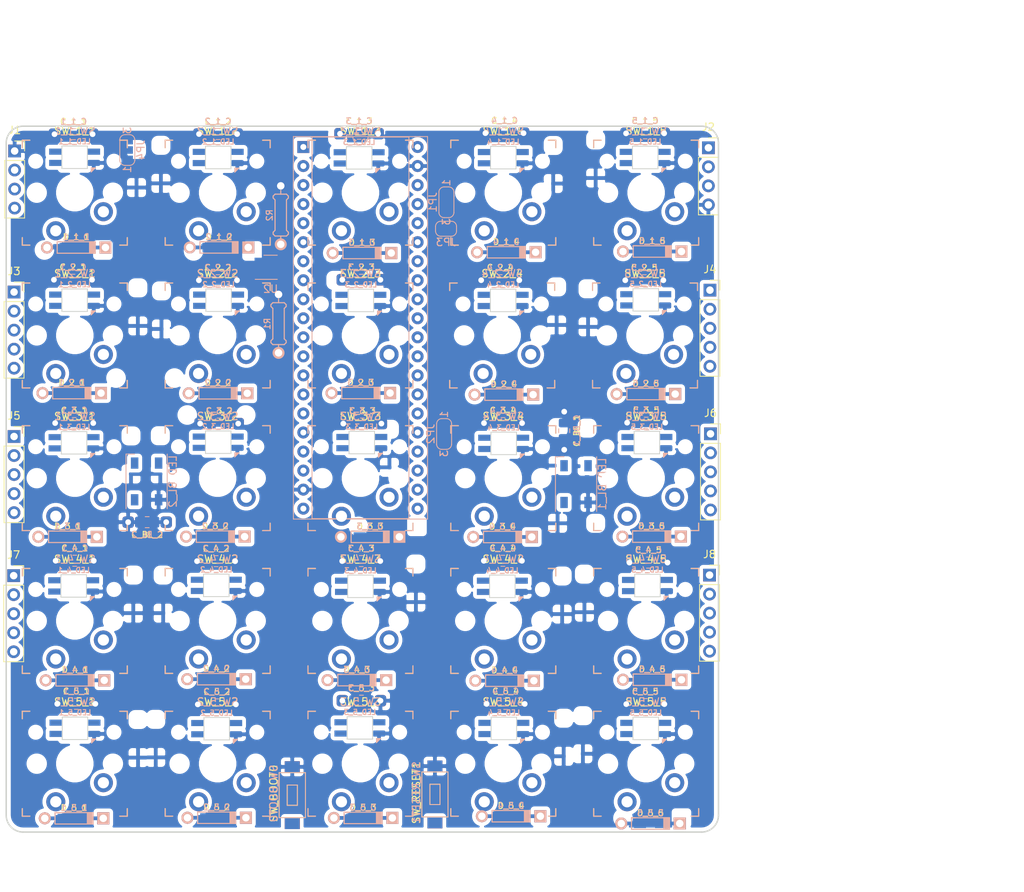
<source format=kicad_pcb>
(kicad_pcb (version 20171130) (host pcbnew 5.1.11)
  (title_block (title "X-2, ARM-powered Adaptation of u/peej's Lumberjack") (date 2021-12-04) (rev rev2021.1) (company "Richard Goulter (github.com/rgoulter)") (comment 1 "Designed to fit into tray-mounted GH60 cases.") (comment 2 " in the \"show the components\" tradition of the Plaid Keyboard PCB.") (comment 3 "Design based upon u/peej's Lumberjack keyboard,") (comment 4 "Keyboard PCB; \"unsplit\" 2x 5x6 ortholinear, using an ARM-powered dev board."))
  (layers (0 F.Cu signal) (31 B.Cu signal) (34 B.Paste user hide) (35 F.Paste user hide) (36 B.SilkS user hide) (37 F.SilkS user hide) (38 B.Mask user) (39 F.Mask user) (44 Edge.Cuts user))
  (net 0 "")
  (net 1 /COL3)
  (net 2 /COL1)
  (net 3 /COL2)
  (net 4 /COL4)
  (net 5 /COL5)
  (net 6 "Net-(D_1_1-Pad2)")
  (net 7 "Net-(D_1_2-Pad2)")
  (net 8 "Net-(D_1_3-Pad2)")
  (net 9 "Net-(D_1_4-Pad2)")
  (net 10 "Net-(D_1_5-Pad2)")
  (net 11 "Net-(D_2_1-Pad2)")
  (net 12 "Net-(D_2_2-Pad2)")
  (net 13 "Net-(D_2_3-Pad2)")
  (net 14 "Net-(D_2_4-Pad2)")
  (net 15 "Net-(D_2_5-Pad2)")
  (net 16 "Net-(D_3_1-Pad2)")
  (net 17 "Net-(D_3_2-Pad2)")
  (net 18 "Net-(D_3_3-Pad2)")
  (net 19 "Net-(D_3_4-Pad2)")
  (net 20 "Net-(D_3_5-Pad2)")
  (net 21 "Net-(D_4_1-Pad2)")
  (net 22 "Net-(D_4_2-Pad2)")
  (net 23 "Net-(D_4_3-Pad2)")
  (net 24 "Net-(D_4_4-Pad2)")
  (net 25 "Net-(D_4_5-Pad2)")
  (net 26 "Net-(D_5_1-Pad2)")
  (net 27 "Net-(D_5_2-Pad2)")
  (net 28 "Net-(D_5_3-Pad2)")
  (net 29 "Net-(D_5_4-Pad2)")
  (net 30 "Net-(D_5_5-Pad2)")
  (net 31 /5V)
  (net 32 /GND)
  (net 33 /ROW1)
  (net 34 /ROW2)
  (net 35 /ROW3)
  (net 36 /ROW4)
  (net 37 /ROW5)
  (net 38 /RGB_DATA_START_OUT)
  (net 39 /RGB_DATA_IN)
  (net 40 /RGB_DATA_OUT)
  (net 41 /RGB_DATA_START_IN)
  (net 42 /NEXT_COL5)
  (net 43 /NEXT_COL4)
  (net 44 /NEXT_COL3)
  (net 45 /NEXT_COL2)
  (net 46 /NEXT_COL1)
  (net 47 /PREV_COL1)
  (net 48 /PREV_COL2)
  (net 49 /PREV_COL3)
  (net 50 /PREV_COL4)
  (net 51 /PREV_COL5)
  (net 52 /LED_1_IN)
  (net 53 "Net-(LED_1_1-Pad2)")
  (net 54 "Net-(LED_1_2-Pad2)")
  (net 55 "Net-(LED_1_3-Pad2)")
  (net 56 "Net-(LED_1_4-Pad2)")
  (net 57 /LED_2_IN)
  (net 58 "Net-(LED_2_1-Pad2)")
  (net 59 "Net-(LED_2_2-Pad2)")
  (net 60 "Net-(LED_2_3-Pad2)")
  (net 61 "Net-(LED_2_4-Pad2)")
  (net 62 /LED_3_IN)
  (net 63 "Net-(LED_3_1-Pad2)")
  (net 64 "Net-(LED_3_2-Pad2)")
  (net 65 "Net-(LED_3_3-Pad2)")
  (net 66 "Net-(LED_3_4-Pad2)")
  (net 67 /LED_4_IN)
  (net 68 "Net-(LED_4_1-Pad2)")
  (net 69 "Net-(LED_4_2-Pad2)")
  (net 70 "Net-(LED_4_3-Pad2)")
  (net 71 "Net-(LED_4_4-Pad2)")
  (net 72 /LED_5_IN)
  (net 73 "Net-(LED_5_1-Pad2)")
  (net 74 "Net-(LED_5_2-Pad2)")
  (net 75 "Net-(LED_5_3-Pad2)")
  (net 76 "Net-(LED_5_4-Pad2)")
  (net 77 /LED_BL_IN)
  (net 78 "Net-(LED_BL_1-Pad2)")
  (net 79 "Net-(R1-Pad1)")
  (net 80 /RGB_DIN_5V)
  (net 81 /3V3)
  (net 82 /RGB_DIN_3V3)
  (net 83 /X)
  (net 84 /RESET_or_X)
  (net 85 /RESET)
  (net 86 /X_or_RESET)
  (net 87 /NC_or_BOOT0)
  (net 88 /BOOT0)
  (module ProjectLocal:DIP-40_W15.24mm_Socket_Flipped (layer F.Cu) (at 89.63 52.779)
    (fp_text reference U1 (at 7.62 -2.33) (layer B.SilkS) (effects (justify mirror)))
    (fp_text value BluePill_or_MiniF4_DIP40)
    (pad 40 thru_hole oval (at 15.24 0) (size 1.6 1.6) (drill 0.8) (layers *.Cu *.Mask))
    (pad 20 thru_hole oval (at 0 48.26) (size 1.6 1.6) (drill 0.8) (layers *.Cu *.Mask) (net 81 /3V3))
    (pad 39 thru_hole oval (at 15.24 2.54) (size 1.6 1.6) (drill 0.8) (layers *.Cu *.Mask) (net 32 /GND))
    (pad 19 thru_hole oval (at 0 45.72) (size 1.6 1.6) (drill 0.8) (layers *.Cu *.Mask) (net 32 /GND))
    (pad 38 thru_hole oval (at 15.24 5.08) (size 1.6 1.6) (drill 0.8) (layers *.Cu *.Mask) (net 81 /3V3))
    (pad 18 thru_hole oval (at 0 43.18) (size 1.6 1.6) (drill 0.8) (layers *.Cu *.Mask) (net 31 /5V))
    (pad 37 thru_hole oval (at 15.24 7.62) (size 1.6 1.6) (drill 0.8) (layers *.Cu *.Mask) (net 84 /RESET_or_X))
    (pad 17 thru_hole oval (at 0 40.64) (size 1.6 1.6) (drill 0.8) (layers *.Cu *.Mask))
    (pad 36 thru_hole oval (at 15.24 10.16) (size 1.6 1.6) (drill 0.8) (layers *.Cu *.Mask) (net 87 /NC_or_BOOT0))
    (pad 16 thru_hole oval (at 0 38.1) (size 1.6 1.6) (drill 0.8) (layers *.Cu *.Mask) (net 37 /ROW5))
    (pad 35 thru_hole oval (at 15.24 12.7) (size 1.6 1.6) (drill 0.8) (layers *.Cu *.Mask) (net 46 /NEXT_COL1))
    (pad 15 thru_hole oval (at 0 35.56) (size 1.6 1.6) (drill 0.8) (layers *.Cu *.Mask) (net 36 /ROW4))
    (pad 34 thru_hole oval (at 15.24 15.24) (size 1.6 1.6) (drill 0.8) (layers *.Cu *.Mask) (net 82 /RGB_DIN_3V3))
    (pad 14 thru_hole oval (at 0 33.02) (size 1.6 1.6) (drill 0.8) (layers *.Cu *.Mask) (net 35 /ROW3))
    (pad 33 thru_hole oval (at 15.24 17.78) (size 1.6 1.6) (drill 0.8) (layers *.Cu *.Mask) (net 45 /NEXT_COL2))
    (pad 13 thru_hole oval (at 0 30.48) (size 1.6 1.6) (drill 0.8) (layers *.Cu *.Mask) (net 34 /ROW2))
    (pad 32 thru_hole oval (at 15.24 20.32) (size 1.6 1.6) (drill 0.8) (layers *.Cu *.Mask) (net 5 /COL5))
    (pad 12 thru_hole oval (at 0 27.94) (size 1.6 1.6) (drill 0.8) (layers *.Cu *.Mask))
    (pad 31 thru_hole oval (at 15.24 22.86) (size 1.6 1.6) (drill 0.8) (layers *.Cu *.Mask) (net 4 /COL4))
    (pad 11 thru_hole oval (at 0 25.4) (size 1.6 1.6) (drill 0.8) (layers *.Cu *.Mask))
    (pad 30 thru_hole oval (at 15.24 25.4) (size 1.6 1.6) (drill 0.8) (layers *.Cu *.Mask) (net 1 /COL3))
    (pad 10 thru_hole oval (at 0 22.86) (size 1.6 1.6) (drill 0.8) (layers *.Cu *.Mask) (net 2 /COL1))
    (pad 29 thru_hole oval (at 15.24 27.94) (size 1.6 1.6) (drill 0.8) (layers *.Cu *.Mask) (net 3 /COL2))
    (pad 9 thru_hole oval (at 0 20.32) (size 1.6 1.6) (drill 0.8) (layers *.Cu *.Mask))
    (pad 28 thru_hole oval (at 15.24 30.48) (size 1.6 1.6) (drill 0.8) (layers *.Cu *.Mask) (net 44 /NEXT_COL3))
    (pad 8 thru_hole oval (at 0 17.78) (size 1.6 1.6) (drill 0.8) (layers *.Cu *.Mask))
    (pad 27 thru_hole oval (at 15.24 33.02) (size 1.6 1.6) (drill 0.8) (layers *.Cu *.Mask) (net 43 /NEXT_COL4))
    (pad 7 thru_hole oval (at 0 15.24) (size 1.6 1.6) (drill 0.8) (layers *.Cu *.Mask) (net 33 /ROW1))
    (pad 26 thru_hole oval (at 15.24 35.56) (size 1.6 1.6) (drill 0.8) (layers *.Cu *.Mask) (net 42 /NEXT_COL5))
    (pad 6 thru_hole oval (at 0 12.7) (size 1.6 1.6) (drill 0.8) (layers *.Cu *.Mask))
    (pad 25 thru_hole oval (at 15.24 38.1) (size 1.6 1.6) (drill 0.8) (layers *.Cu *.Mask) (net 86 /X_or_RESET))
    (pad 5 thru_hole oval (at 0 10.16) (size 1.6 1.6) (drill 0.8) (layers *.Cu *.Mask) (net 51 /PREV_COL5))
    (pad 24 thru_hole oval (at 15.24 40.64) (size 1.6 1.6) (drill 0.8) (layers *.Cu *.Mask))
    (pad 4 thru_hole oval (at 0 7.62) (size 1.6 1.6) (drill 0.8) (layers *.Cu *.Mask) (net 50 /PREV_COL4))
    (pad 23 thru_hole oval (at 15.24 43.18) (size 1.6 1.6) (drill 0.8) (layers *.Cu *.Mask))
    (pad 3 thru_hole oval (at 0 5.08) (size 1.6 1.6) (drill 0.8) (layers *.Cu *.Mask) (net 49 /PREV_COL3))
    (pad 22 thru_hole oval (at 15.24 45.72) (size 1.6 1.6) (drill 0.8) (layers *.Cu *.Mask))
    (pad 2 thru_hole oval (at 0 2.54) (size 1.6 1.6) (drill 0.8) (layers *.Cu *.Mask) (net 48 /PREV_COL2))
    (pad 21 thru_hole oval (at 15.24 48.26) (size 1.6 1.6) (drill 0.8) (layers *.Cu *.Mask))
    (pad 1 thru_hole rect (at 0 0) (size 1.6 1.6) (drill 0.8) (layers *.Cu *.Mask) (net 47 /PREV_COL1))
  )
  (module Keebio-Parts:SK6812-MINI-E (layer B.Cu) (at 135.2992 130.376)
    (fp_text reference LED_5_5 (at 0 -2.1 unlocked) (layer B.SilkS) (effects (font (size 0.7 0.7)) (justify mirror)))
    (fp_text value WS2812B hide)
    (fp_line (start -1.7 1.5) (end 1.7 1.5) (layer Edge.Cuts) (width 0.12))
    (fp_line (start -1.7 -1.5) (end -1.7 1.5) (layer Edge.Cuts) (width 0.12))
    (fp_line (start 1.7 -1.5) (end -1.7 -1.5) (layer Edge.Cuts) (width 0.12))
    (fp_line (start 1.7 1.5) (end 1.7 -1.5) (layer Edge.Cuts) (width 0.12))
    (pad 3 smd roundrect (at 2.55 0.75) (size 1.7 0.82) (layers B.Cu B.Paste B.Mask) (net 32 /GND))
    (pad 4 smd rect (at 2.55 -0.75) (size 1.7 0.82) (layers B.Cu B.Paste B.Mask) (net 76 "Net-(LED_5_4-Pad2)"))
    (pad 2 smd rect (at -2.55 0.75) (size 1.7 0.82) (layers B.Cu B.Paste B.Mask) (net 77 /LED_BL_IN))
    (pad 1 smd rect (at -2.55 -0.75) (size 1.7 0.82) (layers B.Cu B.Paste B.Mask) (net 31 /5V))
  )
  (module Keebio-Parts:SK6812-MINI-E (layer B.Cu) (at 116.3762 130.376)
    (fp_text reference LED_5_4 (at 0 -2.1 unlocked) (layer B.SilkS) (effects (font (size 0.7 0.7)) (justify mirror)))
    (fp_text value WS2812B hide)
    (fp_line (start -1.7 1.5) (end 1.7 1.5) (layer Edge.Cuts) (width 0.12))
    (fp_line (start -1.7 -1.5) (end -1.7 1.5) (layer Edge.Cuts) (width 0.12))
    (fp_line (start 1.7 -1.5) (end -1.7 -1.5) (layer Edge.Cuts) (width 0.12))
    (fp_line (start 1.7 1.5) (end 1.7 -1.5) (layer Edge.Cuts) (width 0.12))
    (pad 3 smd roundrect (at 2.55 0.75) (size 1.7 0.82) (layers B.Cu B.Paste B.Mask) (net 32 /GND))
    (pad 4 smd rect (at 2.55 -0.75) (size 1.7 0.82) (layers B.Cu B.Paste B.Mask) (net 75 "Net-(LED_5_3-Pad2)"))
    (pad 2 smd rect (at -2.55 0.75) (size 1.7 0.82) (layers B.Cu B.Paste B.Mask) (net 76 "Net-(LED_5_4-Pad2)"))
    (pad 1 smd rect (at -2.55 -0.75) (size 1.7 0.82) (layers B.Cu B.Paste B.Mask) (net 31 /5V))
  )
  (module Keebio-Parts:SK6812-MINI-E (layer B.Cu) (at 97.1738 130.2998)
    (fp_text reference LED_5_3 (at 0 -2.1 unlocked) (layer B.SilkS) (effects (font (size 0.7 0.7)) (justify mirror)))
    (fp_text value WS2812B hide)
    (fp_line (start -1.7 1.5) (end 1.7 1.5) (layer Edge.Cuts) (width 0.12))
    (fp_line (start -1.7 -1.5) (end -1.7 1.5) (layer Edge.Cuts) (width 0.12))
    (fp_line (start 1.7 -1.5) (end -1.7 -1.5) (layer Edge.Cuts) (width 0.12))
    (fp_line (start 1.7 1.5) (end 1.7 -1.5) (layer Edge.Cuts) (width 0.12))
    (pad 3 smd roundrect (at 2.55 0.75) (size 1.7 0.82) (layers B.Cu B.Paste B.Mask) (net 32 /GND))
    (pad 4 smd rect (at 2.55 -0.75) (size 1.7 0.82) (layers B.Cu B.Paste B.Mask) (net 74 "Net-(LED_5_2-Pad2)"))
    (pad 2 smd rect (at -2.55 0.75) (size 1.7 0.82) (layers B.Cu B.Paste B.Mask) (net 75 "Net-(LED_5_3-Pad2)"))
    (pad 1 smd rect (at -2.55 -0.75) (size 1.7 0.82) (layers B.Cu B.Paste B.Mask) (net 31 /5V))
  )
  (module Keebio-Parts:SK6812-MINI-E (layer B.Cu) (at 78.073 130.4014)
    (fp_text reference LED_5_2 (at 0 -2.1 unlocked) (layer B.SilkS) (effects (font (size 0.7 0.7)) (justify mirror)))
    (fp_text value WS2812B hide)
    (fp_line (start -1.7 1.5) (end 1.7 1.5) (layer Edge.Cuts) (width 0.12))
    (fp_line (start -1.7 -1.5) (end -1.7 1.5) (layer Edge.Cuts) (width 0.12))
    (fp_line (start 1.7 -1.5) (end -1.7 -1.5) (layer Edge.Cuts) (width 0.12))
    (fp_line (start 1.7 1.5) (end 1.7 -1.5) (layer Edge.Cuts) (width 0.12))
    (pad 3 smd roundrect (at 2.55 0.75) (size 1.7 0.82) (layers B.Cu B.Paste B.Mask) (net 32 /GND))
    (pad 4 smd rect (at 2.55 -0.75) (size 1.7 0.82) (layers B.Cu B.Paste B.Mask) (net 73 "Net-(LED_5_1-Pad2)"))
    (pad 2 smd rect (at -2.55 0.75) (size 1.7 0.82) (layers B.Cu B.Paste B.Mask) (net 74 "Net-(LED_5_2-Pad2)"))
    (pad 1 smd rect (at -2.55 -0.75) (size 1.7 0.82) (layers B.Cu B.Paste B.Mask) (net 31 /5V))
  )
  (module Keebio-Parts:SK6812-MINI-E (layer B.Cu) (at 59.1754 130.3506)
    (fp_text reference LED_5_1 (at 0 -2.1 unlocked) (layer B.SilkS) (effects (font (size 0.7 0.7)) (justify mirror)))
    (fp_text value WS2812B hide)
    (fp_line (start -1.7 1.5) (end 1.7 1.5) (layer Edge.Cuts) (width 0.12))
    (fp_line (start -1.7 -1.5) (end -1.7 1.5) (layer Edge.Cuts) (width 0.12))
    (fp_line (start 1.7 -1.5) (end -1.7 -1.5) (layer Edge.Cuts) (width 0.12))
    (fp_line (start 1.7 1.5) (end 1.7 -1.5) (layer Edge.Cuts) (width 0.12))
    (pad 3 smd roundrect (at 2.55 0.75) (size 1.7 0.82) (layers B.Cu B.Paste B.Mask) (net 32 /GND))
    (pad 4 smd rect (at 2.55 -0.75) (size 1.7 0.82) (layers B.Cu B.Paste B.Mask) (net 72 /LED_5_IN))
    (pad 2 smd rect (at -2.55 0.75) (size 1.7 0.82) (layers B.Cu B.Paste B.Mask) (net 73 "Net-(LED_5_1-Pad2)"))
    (pad 1 smd rect (at -2.55 -0.75) (size 1.7 0.82) (layers B.Cu B.Paste B.Mask) (net 31 /5V))
  )
  (module Keebio-Parts:SK6812-MINI-E (layer B.Cu) (at 135.5278 111.3006)
    (fp_text reference LED_4_5 (at 0 -2.1 unlocked) (layer B.SilkS) (effects (font (size 0.7 0.7)) (justify mirror)))
    (fp_text value WS2812B hide)
    (fp_line (start -1.7 1.5) (end 1.7 1.5) (layer Edge.Cuts) (width 0.12))
    (fp_line (start -1.7 -1.5) (end -1.7 1.5) (layer Edge.Cuts) (width 0.12))
    (fp_line (start 1.7 -1.5) (end -1.7 -1.5) (layer Edge.Cuts) (width 0.12))
    (fp_line (start 1.7 1.5) (end 1.7 -1.5) (layer Edge.Cuts) (width 0.12))
    (pad 3 smd roundrect (at 2.55 0.75) (size 1.7 0.82) (layers B.Cu B.Paste B.Mask) (net 32 /GND))
    (pad 4 smd rect (at 2.55 -0.75) (size 1.7 0.82) (layers B.Cu B.Paste B.Mask) (net 71 "Net-(LED_4_4-Pad2)"))
    (pad 2 smd rect (at -2.55 0.75) (size 1.7 0.82) (layers B.Cu B.Paste B.Mask) (net 72 /LED_5_IN))
    (pad 1 smd rect (at -2.55 -0.75) (size 1.7 0.82) (layers B.Cu B.Paste B.Mask) (net 31 /5V))
  )
  (module Keebio-Parts:SK6812-MINI-E (layer B.Cu) (at 116.173 111.4022)
    (fp_text reference LED_4_4 (at 0 -2.1 unlocked) (layer B.SilkS) (effects (font (size 0.7 0.7)) (justify mirror)))
    (fp_text value WS2812B hide)
    (fp_line (start -1.7 1.5) (end 1.7 1.5) (layer Edge.Cuts) (width 0.12))
    (fp_line (start -1.7 -1.5) (end -1.7 1.5) (layer Edge.Cuts) (width 0.12))
    (fp_line (start 1.7 -1.5) (end -1.7 -1.5) (layer Edge.Cuts) (width 0.12))
    (fp_line (start 1.7 1.5) (end 1.7 -1.5) (layer Edge.Cuts) (width 0.12))
    (pad 3 smd roundrect (at 2.55 0.75) (size 1.7 0.82) (layers B.Cu B.Paste B.Mask) (net 32 /GND))
    (pad 4 smd rect (at 2.55 -0.75) (size 1.7 0.82) (layers B.Cu B.Paste B.Mask) (net 70 "Net-(LED_4_3-Pad2)"))
    (pad 2 smd rect (at -2.55 0.75) (size 1.7 0.82) (layers B.Cu B.Paste B.Mask) (net 71 "Net-(LED_4_4-Pad2)"))
    (pad 1 smd rect (at -2.55 -0.75) (size 1.7 0.82) (layers B.Cu B.Paste B.Mask) (net 31 /5V))
  )
  (module Keebio-Parts:SK6812-MINI-E (layer B.Cu) (at 97.25 111.4022)
    (fp_text reference LED_4_3 (at 0 -2.1 unlocked) (layer B.SilkS) (effects (font (size 0.7 0.7)) (justify mirror)))
    (fp_text value WS2812B hide)
    (fp_line (start -1.7 1.5) (end 1.7 1.5) (layer Edge.Cuts) (width 0.12))
    (fp_line (start -1.7 -1.5) (end -1.7 1.5) (layer Edge.Cuts) (width 0.12))
    (fp_line (start 1.7 -1.5) (end -1.7 -1.5) (layer Edge.Cuts) (width 0.12))
    (fp_line (start 1.7 1.5) (end 1.7 -1.5) (layer Edge.Cuts) (width 0.12))
    (pad 3 smd roundrect (at 2.55 0.75) (size 1.7 0.82) (layers B.Cu B.Paste B.Mask) (net 32 /GND))
    (pad 4 smd rect (at 2.55 -0.75) (size 1.7 0.82) (layers B.Cu B.Paste B.Mask) (net 69 "Net-(LED_4_2-Pad2)"))
    (pad 2 smd rect (at -2.55 0.75) (size 1.7 0.82) (layers B.Cu B.Paste B.Mask) (net 70 "Net-(LED_4_3-Pad2)"))
    (pad 1 smd rect (at -2.55 -0.75) (size 1.7 0.82) (layers B.Cu B.Paste B.Mask) (net 31 /5V))
  )
  (module Keebio-Parts:SK6812-MINI-E (layer B.Cu) (at 78.0222 111.2752)
    (fp_text reference LED_4_2 (at 0 -2.1 unlocked) (layer B.SilkS) (effects (font (size 0.7 0.7)) (justify mirror)))
    (fp_text value WS2812B hide)
    (fp_line (start -1.7 1.5) (end 1.7 1.5) (layer Edge.Cuts) (width 0.12))
    (fp_line (start -1.7 -1.5) (end -1.7 1.5) (layer Edge.Cuts) (width 0.12))
    (fp_line (start 1.7 -1.5) (end -1.7 -1.5) (layer Edge.Cuts) (width 0.12))
    (fp_line (start 1.7 1.5) (end 1.7 -1.5) (layer Edge.Cuts) (width 0.12))
    (pad 3 smd roundrect (at 2.55 0.75) (size 1.7 0.82) (layers B.Cu B.Paste B.Mask) (net 32 /GND))
    (pad 4 smd rect (at 2.55 -0.75) (size 1.7 0.82) (layers B.Cu B.Paste B.Mask) (net 68 "Net-(LED_4_1-Pad2)"))
    (pad 2 smd rect (at -2.55 0.75) (size 1.7 0.82) (layers B.Cu B.Paste B.Mask) (net 69 "Net-(LED_4_2-Pad2)"))
    (pad 1 smd rect (at -2.55 -0.75) (size 1.7 0.82) (layers B.Cu B.Paste B.Mask) (net 31 /5V))
  )
  (module Keebio-Parts:SK6812-MINI-E (layer B.Cu) (at 58.9976 111.3514)
    (fp_text reference LED_4_1 (at 0 -2.1 unlocked) (layer B.SilkS) (effects (font (size 0.7 0.7)) (justify mirror)))
    (fp_text value WS2812B hide)
    (fp_line (start -1.7 1.5) (end 1.7 1.5) (layer Edge.Cuts) (width 0.12))
    (fp_line (start -1.7 -1.5) (end -1.7 1.5) (layer Edge.Cuts) (width 0.12))
    (fp_line (start 1.7 -1.5) (end -1.7 -1.5) (layer Edge.Cuts) (width 0.12))
    (fp_line (start 1.7 1.5) (end 1.7 -1.5) (layer Edge.Cuts) (width 0.12))
    (pad 3 smd roundrect (at 2.55 0.75) (size 1.7 0.82) (layers B.Cu B.Paste B.Mask) (net 32 /GND))
    (pad 4 smd rect (at 2.55 -0.75) (size 1.7 0.82) (layers B.Cu B.Paste B.Mask) (net 67 /LED_4_IN))
    (pad 2 smd rect (at -2.55 0.75) (size 1.7 0.82) (layers B.Cu B.Paste B.Mask) (net 68 "Net-(LED_4_1-Pad2)"))
    (pad 1 smd rect (at -2.55 -0.75) (size 1.7 0.82) (layers B.Cu B.Paste B.Mask) (net 31 /5V))
  )
  (module Keebio-Parts:SK6812-MINI-E (layer B.Cu) (at 135.4516 92.2252)
    (fp_text reference LED_3_5 (at 0 -2.1 unlocked) (layer B.SilkS) (effects (font (size 0.7 0.7)) (justify mirror)))
    (fp_text value WS2812B hide)
    (fp_line (start -1.7 1.5) (end 1.7 1.5) (layer Edge.Cuts) (width 0.12))
    (fp_line (start -1.7 -1.5) (end -1.7 1.5) (layer Edge.Cuts) (width 0.12))
    (fp_line (start 1.7 -1.5) (end -1.7 -1.5) (layer Edge.Cuts) (width 0.12))
    (fp_line (start 1.7 1.5) (end 1.7 -1.5) (layer Edge.Cuts) (width 0.12))
    (pad 3 smd roundrect (at 2.55 0.75) (size 1.7 0.82) (layers B.Cu B.Paste B.Mask) (net 32 /GND))
    (pad 4 smd rect (at 2.55 -0.75) (size 1.7 0.82) (layers B.Cu B.Paste B.Mask) (net 66 "Net-(LED_3_4-Pad2)"))
    (pad 2 smd rect (at -2.55 0.75) (size 1.7 0.82) (layers B.Cu B.Paste B.Mask) (net 67 /LED_4_IN))
    (pad 1 smd rect (at -2.55 -0.75) (size 1.7 0.82) (layers B.Cu B.Paste B.Mask) (net 31 /5V))
  )
  (module Keebio-Parts:SK6812-MINI-E (layer B.Cu) (at 116.3508 92.3268)
    (fp_text reference LED_3_4 (at 0 -2.1 unlocked) (layer B.SilkS) (effects (font (size 0.7 0.7)) (justify mirror)))
    (fp_text value WS2812B hide)
    (fp_line (start -1.7 1.5) (end 1.7 1.5) (layer Edge.Cuts) (width 0.12))
    (fp_line (start -1.7 -1.5) (end -1.7 1.5) (layer Edge.Cuts) (width 0.12))
    (fp_line (start 1.7 -1.5) (end -1.7 -1.5) (layer Edge.Cuts) (width 0.12))
    (fp_line (start 1.7 1.5) (end 1.7 -1.5) (layer Edge.Cuts) (width 0.12))
    (pad 3 smd roundrect (at 2.55 0.75) (size 1.7 0.82) (layers B.Cu B.Paste B.Mask) (net 32 /GND))
    (pad 4 smd rect (at 2.55 -0.75) (size 1.7 0.82) (layers B.Cu B.Paste B.Mask) (net 65 "Net-(LED_3_3-Pad2)"))
    (pad 2 smd rect (at -2.55 0.75) (size 1.7 0.82) (layers B.Cu B.Paste B.Mask) (net 66 "Net-(LED_3_4-Pad2)"))
    (pad 1 smd rect (at -2.55 -0.75) (size 1.7 0.82) (layers B.Cu B.Paste B.Mask) (net 31 /5V))
  )
  (module Keebio-Parts:SK6812-MINI-E (layer B.Cu) (at 97.4278 92.2252)
    (fp_text reference LED_3_3 (at 0 -2.1 unlocked) (layer B.SilkS) (effects (font (size 0.7 0.7)) (justify mirror)))
    (fp_text value WS2812B hide)
    (fp_line (start -1.7 1.5) (end 1.7 1.5) (layer Edge.Cuts) (width 0.12))
    (fp_line (start -1.7 -1.5) (end -1.7 1.5) (layer Edge.Cuts) (width 0.12))
    (fp_line (start 1.7 -1.5) (end -1.7 -1.5) (layer Edge.Cuts) (width 0.12))
    (fp_line (start 1.7 1.5) (end 1.7 -1.5) (layer Edge.Cuts) (width 0.12))
    (pad 3 smd roundrect (at 2.55 0.75) (size 1.7 0.82) (layers B.Cu B.Paste B.Mask) (net 32 /GND))
    (pad 4 smd rect (at 2.55 -0.75) (size 1.7 0.82) (layers B.Cu B.Paste B.Mask) (net 64 "Net-(LED_3_2-Pad2)"))
    (pad 2 smd rect (at -2.55 0.75) (size 1.7 0.82) (layers B.Cu B.Paste B.Mask) (net 65 "Net-(LED_3_3-Pad2)"))
    (pad 1 smd rect (at -2.55 -0.75) (size 1.7 0.82) (layers B.Cu B.Paste B.Mask) (net 31 /5V))
  )
  (module Keebio-Parts:SK6812-MINI-E (layer B.Cu) (at 78.2762 92.1744)
    (fp_text reference LED_3_2 (at 0 -2.1 unlocked) (layer B.SilkS) (effects (font (size 0.7 0.7)) (justify mirror)))
    (fp_text value WS2812B hide)
    (fp_line (start -1.7 1.5) (end 1.7 1.5) (layer Edge.Cuts) (width 0.12))
    (fp_line (start -1.7 -1.5) (end -1.7 1.5) (layer Edge.Cuts) (width 0.12))
    (fp_line (start 1.7 -1.5) (end -1.7 -1.5) (layer Edge.Cuts) (width 0.12))
    (fp_line (start 1.7 1.5) (end 1.7 -1.5) (layer Edge.Cuts) (width 0.12))
    (pad 3 smd roundrect (at 2.55 0.75) (size 1.7 0.82) (layers B.Cu B.Paste B.Mask) (net 32 /GND))
    (pad 4 smd rect (at 2.55 -0.75) (size 1.7 0.82) (layers B.Cu B.Paste B.Mask) (net 63 "Net-(LED_3_1-Pad2)"))
    (pad 2 smd rect (at -2.55 0.75) (size 1.7 0.82) (layers B.Cu B.Paste B.Mask) (net 64 "Net-(LED_3_2-Pad2)"))
    (pad 1 smd rect (at -2.55 -0.75) (size 1.7 0.82) (layers B.Cu B.Paste B.Mask) (net 31 /5V))
  )
  (module Keebio-Parts:SK6812-MINI-E (layer B.Cu) (at 59.0484 92.2506)
    (fp_text reference LED_3_1 (at 0 -2.1 unlocked) (layer B.SilkS) (effects (font (size 0.7 0.7)) (justify mirror)))
    (fp_text value WS2812B hide)
    (fp_line (start -1.7 1.5) (end 1.7 1.5) (layer Edge.Cuts) (width 0.12))
    (fp_line (start -1.7 -1.5) (end -1.7 1.5) (layer Edge.Cuts) (width 0.12))
    (fp_line (start 1.7 -1.5) (end -1.7 -1.5) (layer Edge.Cuts) (width 0.12))
    (fp_line (start 1.7 1.5) (end 1.7 -1.5) (layer Edge.Cuts) (width 0.12))
    (pad 3 smd roundrect (at 2.55 0.75) (size 1.7 0.82) (layers B.Cu B.Paste B.Mask) (net 32 /GND))
    (pad 4 smd rect (at 2.55 -0.75) (size 1.7 0.82) (layers B.Cu B.Paste B.Mask) (net 62 /LED_3_IN))
    (pad 2 smd rect (at -2.55 0.75) (size 1.7 0.82) (layers B.Cu B.Paste B.Mask) (net 63 "Net-(LED_3_1-Pad2)"))
    (pad 1 smd rect (at -2.55 -0.75) (size 1.7 0.82) (layers B.Cu B.Paste B.Mask) (net 31 /5V))
  )
  (module Keebio-Parts:SK6812-MINI-E (layer B.Cu) (at 135.2992 73.1752)
    (fp_text reference LED_2_5 (at 0 -2.1 unlocked) (layer B.SilkS) (effects (font (size 0.7 0.7)) (justify mirror)))
    (fp_text value WS2812B hide)
    (fp_line (start -1.7 1.5) (end 1.7 1.5) (layer Edge.Cuts) (width 0.12))
    (fp_line (start -1.7 -1.5) (end -1.7 1.5) (layer Edge.Cuts) (width 0.12))
    (fp_line (start 1.7 -1.5) (end -1.7 -1.5) (layer Edge.Cuts) (width 0.12))
    (fp_line (start 1.7 1.5) (end 1.7 -1.5) (layer Edge.Cuts) (width 0.12))
    (pad 3 smd roundrect (at 2.55 0.75) (size 1.7 0.82) (layers B.Cu B.Paste B.Mask) (net 32 /GND))
    (pad 4 smd rect (at 2.55 -0.75) (size 1.7 0.82) (layers B.Cu B.Paste B.Mask) (net 61 "Net-(LED_2_4-Pad2)"))
    (pad 2 smd rect (at -2.55 0.75) (size 1.7 0.82) (layers B.Cu B.Paste B.Mask) (net 62 /LED_3_IN))
    (pad 1 smd rect (at -2.55 -0.75) (size 1.7 0.82) (layers B.Cu B.Paste B.Mask) (net 31 /5V))
  )
  (module Keebio-Parts:SK6812-MINI-E (layer B.Cu) (at 116.2746 73.2514)
    (fp_text reference LED_2_4 (at 0 -2.1 unlocked) (layer B.SilkS) (effects (font (size 0.7 0.7)) (justify mirror)))
    (fp_text value WS2812B hide)
    (fp_line (start -1.7 1.5) (end 1.7 1.5) (layer Edge.Cuts) (width 0.12))
    (fp_line (start -1.7 -1.5) (end -1.7 1.5) (layer Edge.Cuts) (width 0.12))
    (fp_line (start 1.7 -1.5) (end -1.7 -1.5) (layer Edge.Cuts) (width 0.12))
    (fp_line (start 1.7 1.5) (end 1.7 -1.5) (layer Edge.Cuts) (width 0.12))
    (pad 3 smd roundrect (at 2.55 0.75) (size 1.7 0.82) (layers B.Cu B.Paste B.Mask) (net 32 /GND))
    (pad 4 smd rect (at 2.55 -0.75) (size 1.7 0.82) (layers B.Cu B.Paste B.Mask) (net 60 "Net-(LED_2_3-Pad2)"))
    (pad 2 smd rect (at -2.55 0.75) (size 1.7 0.82) (layers B.Cu B.Paste B.Mask) (net 61 "Net-(LED_2_4-Pad2)"))
    (pad 1 smd rect (at -2.55 -0.75) (size 1.7 0.82) (layers B.Cu B.Paste B.Mask) (net 31 /5V))
  )
  (module Keebio-Parts:SK6812-MINI-E (layer B.Cu) (at 97.3008 73.2514)
    (fp_text reference LED_2_3 (at 0 -2.1 unlocked) (layer B.SilkS) (effects (font (size 0.7 0.7)) (justify mirror)))
    (fp_text value WS2812B hide)
    (fp_line (start -1.7 1.5) (end 1.7 1.5) (layer Edge.Cuts) (width 0.12))
    (fp_line (start -1.7 -1.5) (end -1.7 1.5) (layer Edge.Cuts) (width 0.12))
    (fp_line (start 1.7 -1.5) (end -1.7 -1.5) (layer Edge.Cuts) (width 0.12))
    (fp_line (start 1.7 1.5) (end 1.7 -1.5) (layer Edge.Cuts) (width 0.12))
    (pad 3 smd roundrect (at 2.55 0.75) (size 1.7 0.82) (layers B.Cu B.Paste B.Mask) (net 32 /GND))
    (pad 4 smd rect (at 2.55 -0.75) (size 1.7 0.82) (layers B.Cu B.Paste B.Mask) (net 59 "Net-(LED_2_2-Pad2)"))
    (pad 2 smd rect (at -2.55 0.75) (size 1.7 0.82) (layers B.Cu B.Paste B.Mask) (net 60 "Net-(LED_2_3-Pad2)"))
    (pad 1 smd rect (at -2.55 -0.75) (size 1.7 0.82) (layers B.Cu B.Paste B.Mask) (net 31 /5V))
  )
  (module Keebio-Parts:SK6812-MINI-E (layer B.Cu) (at 78.327 73.226)
    (fp_text reference LED_2_2 (at 0 -2.1 unlocked) (layer B.SilkS) (effects (font (size 0.7 0.7)) (justify mirror)))
    (fp_text value WS2812B hide)
    (fp_line (start -1.7 1.5) (end 1.7 1.5) (layer Edge.Cuts) (width 0.12))
    (fp_line (start -1.7 -1.5) (end -1.7 1.5) (layer Edge.Cuts) (width 0.12))
    (fp_line (start 1.7 -1.5) (end -1.7 -1.5) (layer Edge.Cuts) (width 0.12))
    (fp_line (start 1.7 1.5) (end 1.7 -1.5) (layer Edge.Cuts) (width 0.12))
    (pad 3 smd roundrect (at 2.55 0.75) (size 1.7 0.82) (layers B.Cu B.Paste B.Mask) (net 32 /GND))
    (pad 4 smd rect (at 2.55 -0.75) (size 1.7 0.82) (layers B.Cu B.Paste B.Mask) (net 58 "Net-(LED_2_1-Pad2)"))
    (pad 2 smd rect (at -2.55 0.75) (size 1.7 0.82) (layers B.Cu B.Paste B.Mask) (net 59 "Net-(LED_2_2-Pad2)"))
    (pad 1 smd rect (at -2.55 -0.75) (size 1.7 0.82) (layers B.Cu B.Paste B.Mask) (net 31 /5V))
  )
  (module Keebio-Parts:SK6812-MINI-E (layer B.Cu) (at 59.1246 73.226)
    (fp_text reference LED_2_1 (at 0 -2.1 unlocked) (layer B.SilkS) (effects (font (size 0.7 0.7)) (justify mirror)))
    (fp_text value WS2812B hide)
    (fp_line (start -1.7 1.5) (end 1.7 1.5) (layer Edge.Cuts) (width 0.12))
    (fp_line (start -1.7 -1.5) (end -1.7 1.5) (layer Edge.Cuts) (width 0.12))
    (fp_line (start 1.7 -1.5) (end -1.7 -1.5) (layer Edge.Cuts) (width 0.12))
    (fp_line (start 1.7 1.5) (end 1.7 -1.5) (layer Edge.Cuts) (width 0.12))
    (pad 3 smd roundrect (at 2.55 0.75) (size 1.7 0.82) (layers B.Cu B.Paste B.Mask) (net 32 /GND))
    (pad 4 smd rect (at 2.55 -0.75) (size 1.7 0.82) (layers B.Cu B.Paste B.Mask) (net 57 /LED_2_IN))
    (pad 2 smd rect (at -2.55 0.75) (size 1.7 0.82) (layers B.Cu B.Paste B.Mask) (net 58 "Net-(LED_2_1-Pad2)"))
    (pad 1 smd rect (at -2.55 -0.75) (size 1.7 0.82) (layers B.Cu B.Paste B.Mask) (net 31 /5V))
  )
  (module Keebio-Parts:SK6812-MINI-E (layer B.Cu) (at 135.223 54.176)
    (fp_text reference LED_1_5 (at 0 -2.1 unlocked) (layer B.SilkS) (effects (font (size 0.7 0.7)) (justify mirror)))
    (fp_text value WS2812B hide)
    (fp_line (start -1.7 1.5) (end 1.7 1.5) (layer Edge.Cuts) (width 0.12))
    (fp_line (start -1.7 -1.5) (end -1.7 1.5) (layer Edge.Cuts) (width 0.12))
    (fp_line (start 1.7 -1.5) (end -1.7 -1.5) (layer Edge.Cuts) (width 0.12))
    (fp_line (start 1.7 1.5) (end 1.7 -1.5) (layer Edge.Cuts) (width 0.12))
    (pad 3 smd roundrect (at 2.55 0.75) (size 1.7 0.82) (layers B.Cu B.Paste B.Mask) (net 32 /GND))
    (pad 4 smd rect (at 2.55 -0.75) (size 1.7 0.82) (layers B.Cu B.Paste B.Mask) (net 56 "Net-(LED_1_4-Pad2)"))
    (pad 2 smd rect (at -2.55 0.75) (size 1.7 0.82) (layers B.Cu B.Paste B.Mask) (net 57 /LED_2_IN))
    (pad 1 smd rect (at -2.55 -0.75) (size 1.7 0.82) (layers B.Cu B.Paste B.Mask) (net 31 /5V))
  )
  (module Keebio-Parts:SK6812-MINI-E (layer B.Cu) (at 116.3 54.2014)
    (fp_text reference LED_1_4 (at 0 -2.1 unlocked) (layer B.SilkS) (effects (font (size 0.7 0.7)) (justify mirror)))
    (fp_text value WS2812B hide)
    (fp_line (start -1.7 1.5) (end 1.7 1.5) (layer Edge.Cuts) (width 0.12))
    (fp_line (start -1.7 -1.5) (end -1.7 1.5) (layer Edge.Cuts) (width 0.12))
    (fp_line (start 1.7 -1.5) (end -1.7 -1.5) (layer Edge.Cuts) (width 0.12))
    (fp_line (start 1.7 1.5) (end 1.7 -1.5) (layer Edge.Cuts) (width 0.12))
    (pad 3 smd roundrect (at 2.55 0.75) (size 1.7 0.82) (layers B.Cu B.Paste B.Mask) (net 32 /GND))
    (pad 4 smd rect (at 2.55 -0.75) (size 1.7 0.82) (layers B.Cu B.Paste B.Mask) (net 55 "Net-(LED_1_3-Pad2)"))
    (pad 2 smd rect (at -2.55 0.75) (size 1.7 0.82) (layers B.Cu B.Paste B.Mask) (net 56 "Net-(LED_1_4-Pad2)"))
    (pad 1 smd rect (at -2.55 -0.75) (size 1.7 0.82) (layers B.Cu B.Paste B.Mask) (net 31 /5V))
  )
  (module Keebio-Parts:SK6812-MINI-E (layer B.Cu) (at 97.0722 54.2268)
    (fp_text reference LED_1_3 (at 0 -2.1 unlocked) (layer B.SilkS) (effects (font (size 0.7 0.7)) (justify mirror)))
    (fp_text value WS2812B hide)
    (fp_line (start -1.7 1.5) (end 1.7 1.5) (layer Edge.Cuts) (width 0.12))
    (fp_line (start -1.7 -1.5) (end -1.7 1.5) (layer Edge.Cuts) (width 0.12))
    (fp_line (start 1.7 -1.5) (end -1.7 -1.5) (layer Edge.Cuts) (width 0.12))
    (fp_line (start 1.7 1.5) (end 1.7 -1.5) (layer Edge.Cuts) (width 0.12))
    (pad 3 smd roundrect (at 2.55 0.75) (size 1.7 0.82) (layers B.Cu B.Paste B.Mask) (net 32 /GND))
    (pad 4 smd rect (at 2.55 -0.75) (size 1.7 0.82) (layers B.Cu B.Paste B.Mask) (net 54 "Net-(LED_1_2-Pad2)"))
    (pad 2 smd rect (at -2.55 0.75) (size 1.7 0.82) (layers B.Cu B.Paste B.Mask) (net 55 "Net-(LED_1_3-Pad2)"))
    (pad 1 smd rect (at -2.55 -0.75) (size 1.7 0.82) (layers B.Cu B.Paste B.Mask) (net 31 /5V))
  )
  (module Keebio-Parts:SK6812-MINI-E (layer B.Cu) (at 78.2762 54.176)
    (fp_text reference LED_1_2 (at 0 -2.1 unlocked) (layer B.SilkS) (effects (font (size 0.7 0.7)) (justify mirror)))
    (fp_text value WS2812B hide)
    (fp_line (start -1.7 1.5) (end 1.7 1.5) (layer Edge.Cuts) (width 0.12))
    (fp_line (start -1.7 -1.5) (end -1.7 1.5) (layer Edge.Cuts) (width 0.12))
    (fp_line (start 1.7 -1.5) (end -1.7 -1.5) (layer Edge.Cuts) (width 0.12))
    (fp_line (start 1.7 1.5) (end 1.7 -1.5) (layer Edge.Cuts) (width 0.12))
    (pad 3 smd roundrect (at 2.55 0.75) (size 1.7 0.82) (layers B.Cu B.Paste B.Mask) (net 32 /GND))
    (pad 4 smd rect (at 2.55 -0.75) (size 1.7 0.82) (layers B.Cu B.Paste B.Mask) (net 53 "Net-(LED_1_1-Pad2)"))
    (pad 2 smd rect (at -2.55 0.75) (size 1.7 0.82) (layers B.Cu B.Paste B.Mask) (net 54 "Net-(LED_1_2-Pad2)"))
    (pad 1 smd rect (at -2.55 -0.75) (size 1.7 0.82) (layers B.Cu B.Paste B.Mask) (net 31 /5V))
  )
  (module Keebio-Parts:SK6812-MINI-E (layer B.Cu) (at 59.1246 54.1506)
    (fp_text reference LED_1_1 (at 0 -2.1 unlocked) (layer B.SilkS) (effects (font (size 0.7 0.7)) (justify mirror)))
    (fp_text value WS2812B hide)
    (fp_line (start -1.7 1.5) (end 1.7 1.5) (layer Edge.Cuts) (width 0.12))
    (fp_line (start -1.7 -1.5) (end -1.7 1.5) (layer Edge.Cuts) (width 0.12))
    (fp_line (start 1.7 -1.5) (end -1.7 -1.5) (layer Edge.Cuts) (width 0.12))
    (fp_line (start 1.7 1.5) (end 1.7 -1.5) (layer Edge.Cuts) (width 0.12))
    (pad 3 smd roundrect (at 2.55 0.75) (size 1.7 0.82) (layers B.Cu B.Paste B.Mask) (net 32 /GND))
    (pad 4 smd rect (at 2.55 -0.75) (size 1.7 0.82) (layers B.Cu B.Paste B.Mask) (net 52 /LED_1_IN))
    (pad 2 smd rect (at -2.55 0.75) (size 1.7 0.82) (layers B.Cu B.Paste B.Mask) (net 53 "Net-(LED_1_1-Pad2)"))
    (pad 1 smd rect (at -2.55 -0.75) (size 1.7 0.82) (layers B.Cu B.Paste B.Mask) (net 31 /5V))
  )
  (module ProjectLocal:SW_Push_SPST_3x6mm (layer F.Cu) (at 107.1814 142.949 90)
    (fp_text reference SW_RESET1 (at 4.00812 -2.48158 -90) (layer F.SilkS))
    (fp_text value SW_Push)
    (fp_text user %R (at 4.00812 -2.48158 -90) (layer B.SilkS) (effects (justify mirror)))
    (pad 1 smd rect (at 0 0 90) (size 1.5 2) (layers F.Cu F.Paste F.Mask) (net 85 /RESET))
    (pad 2 smd rect (at 7.55 0 90) (size 1.5 2) (layers F.Cu F.Paste F.Mask) (net 32 /GND))
    (pad 1 smd rect (at 0 -0.00508 90) (size 1.5 2) (layers B.Cu B.Paste B.Mask) (net 85 /RESET))
    (pad 2 smd rect (at 7.55 -0.00508 90) (size 1.5 2) (layers B.Cu B.Paste B.Mask) (net 32 /GND))
  )
  (module ProjectLocal:SW_Push_SPST_3x6mm (layer F.Cu) (at 88.1568 143.0506 90)
    (fp_text reference SW_BOOT0 (at 4.00812 -2.48158 -90) (layer F.SilkS))
    (fp_text value SW_Push)
    (fp_text user %R (at 4.00812 -2.48158 -90) (layer B.SilkS) (effects (justify mirror)))
    (pad 1 smd rect (at 0 0 90) (size 1.5 2) (layers F.Cu F.Paste F.Mask) (net 88 /BOOT0))
    (pad 2 smd rect (at 7.55 0 90) (size 1.5 2) (layers F.Cu F.Paste F.Mask) (net 32 /GND))
    (pad 1 smd rect (at 0 -0.00508 90) (size 1.5 2) (layers B.Cu B.Paste B.Mask) (net 88 /BOOT0))
    (pad 2 smd rect (at 7.55 -0.00508 90) (size 1.5 2) (layers B.Cu B.Paste B.Mask) (net 32 /GND))
  )
  (module ProjectLocal:SW_MX_SK6812mini-e (layer F.Cu) (at 135.35 135.075)
    (fp_text reference SW_5_5 (at 0 -8.255) (layer F.SilkS))
    (fp_text value SW_Push)
    (fp_text user %R (at 0 -8.255) (layer B.SilkS) (effects (justify mirror)))
    (pad 2 thru_hole circle (at -2.54 5.08 180) (size 2.54 2.54) (drill 1.5) (layers *.Cu *.Mask) (net 30 "Net-(D_5_5-Pad2)"))
    (pad "" np_thru_hole circle (at -5.08 0 180) (size 1.7018 1.7018) (drill 1.7018) (layers *.Cu *.Mask))
    (pad "" np_thru_hole circle (at 0 0 180) (size 3.9878 3.9878) (drill 3.9878) (layers *.Cu *.Mask))
    (pad 1 thru_hole circle (at 3.81 2.54 225) (size 2.54 2.54) (drill 1.5) (layers *.Cu *.Mask) (net 5 /COL5))
    (pad "" np_thru_hole circle (at 5.08 0 180) (size 1.7018 1.7018) (drill 1.7018) (layers *.Cu *.Mask))
    (pad "" np_thru_hole circle (at 5.22 -4.2) (size 0.9906 0.9906) (drill 0.9906) (layers *.Cu *.Mask))
    (pad "" np_thru_hole circle (at -5.22 -4.2) (size 0.9906 0.9906) (drill 0.9906) (layers *.Cu *.Mask))
  )
  (module ProjectLocal:SW_MX_SK6812mini-e (layer F.Cu) (at 116.3 135.075)
    (fp_text reference SW_5_4 (at 0 -8.255) (layer F.SilkS))
    (fp_text value SW_Push)
    (fp_text user %R (at 0 -8.255) (layer B.SilkS) (effects (justify mirror)))
    (pad 2 thru_hole circle (at -2.54 5.08 180) (size 2.54 2.54) (drill 1.5) (layers *.Cu *.Mask) (net 29 "Net-(D_5_4-Pad2)"))
    (pad "" np_thru_hole circle (at -5.08 0 180) (size 1.7018 1.7018) (drill 1.7018) (layers *.Cu *.Mask))
    (pad "" np_thru_hole circle (at 0 0 180) (size 3.9878 3.9878) (drill 3.9878) (layers *.Cu *.Mask))
    (pad 1 thru_hole circle (at 3.81 2.54 225) (size 2.54 2.54) (drill 1.5) (layers *.Cu *.Mask) (net 4 /COL4))
    (pad "" np_thru_hole circle (at 5.08 0 180) (size 1.7018 1.7018) (drill 1.7018) (layers *.Cu *.Mask))
    (pad "" np_thru_hole circle (at 5.22 -4.2) (size 0.9906 0.9906) (drill 0.9906) (layers *.Cu *.Mask))
    (pad "" np_thru_hole circle (at -5.22 -4.2) (size 0.9906 0.9906) (drill 0.9906) (layers *.Cu *.Mask))
  )
  (module ProjectLocal:SW_MX_SK6812mini-e (layer F.Cu) (at 97.25 135.075)
    (fp_text reference SW_5_3 (at 0 -8.255) (layer F.SilkS))
    (fp_text value SW_Push)
    (fp_text user %R (at 0 -8.255) (layer B.SilkS) (effects (justify mirror)))
    (pad 2 thru_hole circle (at -2.54 5.08 180) (size 2.54 2.54) (drill 1.5) (layers *.Cu *.Mask) (net 28 "Net-(D_5_3-Pad2)"))
    (pad "" np_thru_hole circle (at -5.08 0 180) (size 1.7018 1.7018) (drill 1.7018) (layers *.Cu *.Mask))
    (pad "" np_thru_hole circle (at 0 0 180) (size 3.9878 3.9878) (drill 3.9878) (layers *.Cu *.Mask))
    (pad 1 thru_hole circle (at 3.81 2.54 225) (size 2.54 2.54) (drill 1.5) (layers *.Cu *.Mask) (net 1 /COL3))
    (pad "" np_thru_hole circle (at 5.08 0 180) (size 1.7018 1.7018) (drill 1.7018) (layers *.Cu *.Mask))
    (pad "" np_thru_hole circle (at 5.22 -4.2) (size 0.9906 0.9906) (drill 0.9906) (layers *.Cu *.Mask))
    (pad "" np_thru_hole circle (at -5.22 -4.2) (size 0.9906 0.9906) (drill 0.9906) (layers *.Cu *.Mask))
  )
  (module ProjectLocal:SW_MX_SK6812mini-e (layer F.Cu) (at 78.2 135.075)
    (fp_text reference SW_5_2 (at 0 -8.255) (layer F.SilkS))
    (fp_text value SW_Push)
    (fp_text user %R (at 0 -8.255) (layer B.SilkS) (effects (justify mirror)))
    (pad 2 thru_hole circle (at -2.54 5.08 180) (size 2.54 2.54) (drill 1.5) (layers *.Cu *.Mask) (net 27 "Net-(D_5_2-Pad2)"))
    (pad "" np_thru_hole circle (at -5.08 0 180) (size 1.7018 1.7018) (drill 1.7018) (layers *.Cu *.Mask))
    (pad "" np_thru_hole circle (at 0 0 180) (size 3.9878 3.9878) (drill 3.9878) (layers *.Cu *.Mask))
    (pad 1 thru_hole circle (at 3.81 2.54 225) (size 2.54 2.54) (drill 1.5) (layers *.Cu *.Mask) (net 3 /COL2))
    (pad "" np_thru_hole circle (at 5.08 0 180) (size 1.7018 1.7018) (drill 1.7018) (layers *.Cu *.Mask))
    (pad "" np_thru_hole circle (at 5.22 -4.2) (size 0.9906 0.9906) (drill 0.9906) (layers *.Cu *.Mask))
    (pad "" np_thru_hole circle (at -5.22 -4.2) (size 0.9906 0.9906) (drill 0.9906) (layers *.Cu *.Mask))
  )
  (module ProjectLocal:SW_MX_SK6812mini-e (layer F.Cu) (at 59.15 135.075)
    (fp_text reference SW_5_1 (at 0 -8.255) (layer F.SilkS))
    (fp_text value SW_Push)
    (fp_text user %R (at 0 -8.255) (layer B.SilkS) (effects (justify mirror)))
    (pad 2 thru_hole circle (at -2.54 5.08 180) (size 2.54 2.54) (drill 1.5) (layers *.Cu *.Mask) (net 26 "Net-(D_5_1-Pad2)"))
    (pad "" np_thru_hole circle (at -5.08 0 180) (size 1.7018 1.7018) (drill 1.7018) (layers *.Cu *.Mask))
    (pad "" np_thru_hole circle (at 0 0 180) (size 3.9878 3.9878) (drill 3.9878) (layers *.Cu *.Mask))
    (pad 1 thru_hole circle (at 3.81 2.54 225) (size 2.54 2.54) (drill 1.5) (layers *.Cu *.Mask) (net 2 /COL1))
    (pad "" np_thru_hole circle (at 5.08 0 180) (size 1.7018 1.7018) (drill 1.7018) (layers *.Cu *.Mask))
    (pad "" np_thru_hole circle (at 5.22 -4.2) (size 0.9906 0.9906) (drill 0.9906) (layers *.Cu *.Mask))
    (pad "" np_thru_hole circle (at -5.22 -4.2) (size 0.9906 0.9906) (drill 0.9906) (layers *.Cu *.Mask))
  )
  (module ProjectLocal:SW_MX_SK6812mini-e (layer F.Cu) (at 135.35 116.025)
    (fp_text reference SW_4_5 (at 0 -8.255) (layer F.SilkS))
    (fp_text value SW_Push)
    (fp_text user %R (at 0 -8.255) (layer B.SilkS) (effects (justify mirror)))
    (pad 2 thru_hole circle (at -2.54 5.08 180) (size 2.54 2.54) (drill 1.5) (layers *.Cu *.Mask) (net 25 "Net-(D_4_5-Pad2)"))
    (pad "" np_thru_hole circle (at -5.08 0 180) (size 1.7018 1.7018) (drill 1.7018) (layers *.Cu *.Mask))
    (pad "" np_thru_hole circle (at 0 0 180) (size 3.9878 3.9878) (drill 3.9878) (layers *.Cu *.Mask))
    (pad 1 thru_hole circle (at 3.81 2.54 225) (size 2.54 2.54) (drill 1.5) (layers *.Cu *.Mask) (net 5 /COL5))
    (pad "" np_thru_hole circle (at 5.08 0 180) (size 1.7018 1.7018) (drill 1.7018) (layers *.Cu *.Mask))
    (pad "" np_thru_hole circle (at 5.22 -4.2) (size 0.9906 0.9906) (drill 0.9906) (layers *.Cu *.Mask))
    (pad "" np_thru_hole circle (at -5.22 -4.2) (size 0.9906 0.9906) (drill 0.9906) (layers *.Cu *.Mask))
  )
  (module ProjectLocal:SW_MX_SK6812mini-e (layer F.Cu) (at 116.3 116.025)
    (fp_text reference SW_4_4 (at 0 -8.255) (layer F.SilkS))
    (fp_text value SW_Push)
    (fp_text user %R (at 0 -8.255) (layer B.SilkS) (effects (justify mirror)))
    (pad 2 thru_hole circle (at -2.54 5.08 180) (size 2.54 2.54) (drill 1.5) (layers *.Cu *.Mask) (net 24 "Net-(D_4_4-Pad2)"))
    (pad "" np_thru_hole circle (at -5.08 0 180) (size 1.7018 1.7018) (drill 1.7018) (layers *.Cu *.Mask))
    (pad "" np_thru_hole circle (at 0 0 180) (size 3.9878 3.9878) (drill 3.9878) (layers *.Cu *.Mask))
    (pad 1 thru_hole circle (at 3.81 2.54 225) (size 2.54 2.54) (drill 1.5) (layers *.Cu *.Mask) (net 4 /COL4))
    (pad "" np_thru_hole circle (at 5.08 0 180) (size 1.7018 1.7018) (drill 1.7018) (layers *.Cu *.Mask))
    (pad "" np_thru_hole circle (at 5.22 -4.2) (size 0.9906 0.9906) (drill 0.9906) (layers *.Cu *.Mask))
    (pad "" np_thru_hole circle (at -5.22 -4.2) (size 0.9906 0.9906) (drill 0.9906) (layers *.Cu *.Mask))
  )
  (module ProjectLocal:SW_MX_SK6812mini-e (layer F.Cu) (at 97.25 116.025)
    (fp_text reference SW_4_3 (at 0 -8.255) (layer F.SilkS))
    (fp_text value SW_Push)
    (fp_text user %R (at 0 -8.255) (layer B.SilkS) (effects (justify mirror)))
    (pad 2 thru_hole circle (at -2.54 5.08 180) (size 2.54 2.54) (drill 1.5) (layers *.Cu *.Mask) (net 23 "Net-(D_4_3-Pad2)"))
    (pad "" np_thru_hole circle (at -5.08 0 180) (size 1.7018 1.7018) (drill 1.7018) (layers *.Cu *.Mask))
    (pad "" np_thru_hole circle (at 0 0 180) (size 3.9878 3.9878) (drill 3.9878) (layers *.Cu *.Mask))
    (pad 1 thru_hole circle (at 3.81 2.54 225) (size 2.54 2.54) (drill 1.5) (layers *.Cu *.Mask) (net 1 /COL3))
    (pad "" np_thru_hole circle (at 5.08 0 180) (size 1.7018 1.7018) (drill 1.7018) (layers *.Cu *.Mask))
    (pad "" np_thru_hole circle (at 5.22 -4.2) (size 0.9906 0.9906) (drill 0.9906) (layers *.Cu *.Mask))
    (pad "" np_thru_hole circle (at -5.22 -4.2) (size 0.9906 0.9906) (drill 0.9906) (layers *.Cu *.Mask))
  )
  (module ProjectLocal:SW_MX_SK6812mini-e (layer F.Cu) (at 78.2 116.025)
    (fp_text reference SW_4_2 (at 0 -8.255) (layer F.SilkS))
    (fp_text value SW_Push)
    (fp_text user %R (at 0 -8.255) (layer B.SilkS) (effects (justify mirror)))
    (pad 2 thru_hole circle (at -2.54 5.08 180) (size 2.54 2.54) (drill 1.5) (layers *.Cu *.Mask) (net 22 "Net-(D_4_2-Pad2)"))
    (pad "" np_thru_hole circle (at -5.08 0 180) (size 1.7018 1.7018) (drill 1.7018) (layers *.Cu *.Mask))
    (pad "" np_thru_hole circle (at 0 0 180) (size 3.9878 3.9878) (drill 3.9878) (layers *.Cu *.Mask))
    (pad 1 thru_hole circle (at 3.81 2.54 225) (size 2.54 2.54) (drill 1.5) (layers *.Cu *.Mask) (net 3 /COL2))
    (pad "" np_thru_hole circle (at 5.08 0 180) (size 1.7018 1.7018) (drill 1.7018) (layers *.Cu *.Mask))
    (pad "" np_thru_hole circle (at 5.22 -4.2) (size 0.9906 0.9906) (drill 0.9906) (layers *.Cu *.Mask))
    (pad "" np_thru_hole circle (at -5.22 -4.2) (size 0.9906 0.9906) (drill 0.9906) (layers *.Cu *.Mask))
  )
  (module ProjectLocal:SW_MX_SK6812mini-e (layer F.Cu) (at 59.15 116.025)
    (fp_text reference SW_4_1 (at 0 -8.255) (layer F.SilkS))
    (fp_text value SW_Push)
    (fp_text user %R (at 0 -8.255) (layer B.SilkS) (effects (justify mirror)))
    (pad 2 thru_hole circle (at -2.54 5.08 180) (size 2.54 2.54) (drill 1.5) (layers *.Cu *.Mask) (net 21 "Net-(D_4_1-Pad2)"))
    (pad "" np_thru_hole circle (at -5.08 0 180) (size 1.7018 1.7018) (drill 1.7018) (layers *.Cu *.Mask))
    (pad "" np_thru_hole circle (at 0 0 180) (size 3.9878 3.9878) (drill 3.9878) (layers *.Cu *.Mask))
    (pad 1 thru_hole circle (at 3.81 2.54 225) (size 2.54 2.54) (drill 1.5) (layers *.Cu *.Mask) (net 2 /COL1))
    (pad "" np_thru_hole circle (at 5.08 0 180) (size 1.7018 1.7018) (drill 1.7018) (layers *.Cu *.Mask))
    (pad "" np_thru_hole circle (at 5.22 -4.2) (size 0.9906 0.9906) (drill 0.9906) (layers *.Cu *.Mask))
    (pad "" np_thru_hole circle (at -5.22 -4.2) (size 0.9906 0.9906) (drill 0.9906) (layers *.Cu *.Mask))
  )
  (module ProjectLocal:SW_MX_SK6812mini-e (layer F.Cu) (at 135.35 96.975)
    (fp_text reference SW_3_5 (at 0 -8.255) (layer F.SilkS))
    (fp_text value SW_Push)
    (fp_text user %R (at 0 -8.255) (layer B.SilkS) (effects (justify mirror)))
    (pad 2 thru_hole circle (at -2.54 5.08 180) (size 2.54 2.54) (drill 1.5) (layers *.Cu *.Mask) (net 20 "Net-(D_3_5-Pad2)"))
    (pad "" np_thru_hole circle (at -5.08 0 180) (size 1.7018 1.7018) (drill 1.7018) (layers *.Cu *.Mask))
    (pad "" np_thru_hole circle (at 0 0 180) (size 3.9878 3.9878) (drill 3.9878) (layers *.Cu *.Mask))
    (pad 1 thru_hole circle (at 3.81 2.54 225) (size 2.54 2.54) (drill 1.5) (layers *.Cu *.Mask) (net 5 /COL5))
    (pad "" np_thru_hole circle (at 5.08 0 180) (size 1.7018 1.7018) (drill 1.7018) (layers *.Cu *.Mask))
    (pad "" np_thru_hole circle (at 5.22 -4.2) (size 0.9906 0.9906) (drill 0.9906) (layers *.Cu *.Mask))
    (pad "" np_thru_hole circle (at -5.22 -4.2) (size 0.9906 0.9906) (drill 0.9906) (layers *.Cu *.Mask))
  )
  (module ProjectLocal:SW_MX_SK6812mini-e (layer F.Cu) (at 116.3 96.975)
    (fp_text reference SW_3_4 (at 0 -8.255) (layer F.SilkS))
    (fp_text value SW_Push)
    (fp_text user %R (at 0 -8.255) (layer B.SilkS) (effects (justify mirror)))
    (pad 2 thru_hole circle (at -2.54 5.08 180) (size 2.54 2.54) (drill 1.5) (layers *.Cu *.Mask) (net 19 "Net-(D_3_4-Pad2)"))
    (pad "" np_thru_hole circle (at -5.08 0 180) (size 1.7018 1.7018) (drill 1.7018) (layers *.Cu *.Mask))
    (pad "" np_thru_hole circle (at 0 0 180) (size 3.9878 3.9878) (drill 3.9878) (layers *.Cu *.Mask))
    (pad 1 thru_hole circle (at 3.81 2.54 225) (size 2.54 2.54) (drill 1.5) (layers *.Cu *.Mask) (net 4 /COL4))
    (pad "" np_thru_hole circle (at 5.08 0 180) (size 1.7018 1.7018) (drill 1.7018) (layers *.Cu *.Mask))
    (pad "" np_thru_hole circle (at 5.22 -4.2) (size 0.9906 0.9906) (drill 0.9906) (layers *.Cu *.Mask))
    (pad "" np_thru_hole circle (at -5.22 -4.2) (size 0.9906 0.9906) (drill 0.9906) (layers *.Cu *.Mask))
  )
  (module ProjectLocal:SW_MX_SK6812mini-e (layer F.Cu) (at 97.25 96.975)
    (fp_text reference SW_3_3 (at 0 -8.255) (layer F.SilkS))
    (fp_text value SW_Push)
    (fp_text user %R (at 0 -8.255) (layer B.SilkS) (effects (justify mirror)))
    (pad 2 thru_hole circle (at -2.54 5.08 180) (size 2.54 2.54) (drill 1.5) (layers *.Cu *.Mask) (net 18 "Net-(D_3_3-Pad2)"))
    (pad "" np_thru_hole circle (at -5.08 0 180) (size 1.7018 1.7018) (drill 1.7018) (layers *.Cu *.Mask))
    (pad "" np_thru_hole circle (at 0 0 180) (size 3.9878 3.9878) (drill 3.9878) (layers *.Cu *.Mask))
    (pad 1 thru_hole circle (at 3.81 2.54 225) (size 2.54 2.54) (drill 1.5) (layers *.Cu *.Mask) (net 1 /COL3))
    (pad "" np_thru_hole circle (at 5.08 0 180) (size 1.7018 1.7018) (drill 1.7018) (layers *.Cu *.Mask))
    (pad "" np_thru_hole circle (at 5.22 -4.2) (size 0.9906 0.9906) (drill 0.9906) (layers *.Cu *.Mask))
    (pad "" np_thru_hole circle (at -5.22 -4.2) (size 0.9906 0.9906) (drill 0.9906) (layers *.Cu *.Mask))
  )
  (module ProjectLocal:SW_MX_SK6812mini-e (layer F.Cu) (at 78.2 96.975)
    (fp_text reference SW_3_2 (at 0 -8.255) (layer F.SilkS))
    (fp_text value SW_Push)
    (fp_text user %R (at 0 -8.255) (layer B.SilkS) (effects (justify mirror)))
    (pad 2 thru_hole circle (at -2.54 5.08 180) (size 2.54 2.54) (drill 1.5) (layers *.Cu *.Mask) (net 17 "Net-(D_3_2-Pad2)"))
    (pad "" np_thru_hole circle (at -5.08 0 180) (size 1.7018 1.7018) (drill 1.7018) (layers *.Cu *.Mask))
    (pad "" np_thru_hole circle (at 0 0 180) (size 3.9878 3.9878) (drill 3.9878) (layers *.Cu *.Mask))
    (pad 1 thru_hole circle (at 3.81 2.54 225) (size 2.54 2.54) (drill 1.5) (layers *.Cu *.Mask) (net 3 /COL2))
    (pad "" np_thru_hole circle (at 5.08 0 180) (size 1.7018 1.7018) (drill 1.7018) (layers *.Cu *.Mask))
    (pad "" np_thru_hole circle (at 5.22 -4.2) (size 0.9906 0.9906) (drill 0.9906) (layers *.Cu *.Mask))
    (pad "" np_thru_hole circle (at -5.22 -4.2) (size 0.9906 0.9906) (drill 0.9906) (layers *.Cu *.Mask))
  )
  (module ProjectLocal:SW_MX_SK6812mini-e (layer F.Cu) (at 59.15 96.975)
    (fp_text reference SW_3_1 (at 0 -8.255) (layer F.SilkS))
    (fp_text value SW_Push)
    (fp_text user %R (at 0 -8.255) (layer B.SilkS) (effects (justify mirror)))
    (pad 2 thru_hole circle (at -2.54 5.08 180) (size 2.54 2.54) (drill 1.5) (layers *.Cu *.Mask) (net 16 "Net-(D_3_1-Pad2)"))
    (pad "" np_thru_hole circle (at -5.08 0 180) (size 1.7018 1.7018) (drill 1.7018) (layers *.Cu *.Mask))
    (pad "" np_thru_hole circle (at 0 0 180) (size 3.9878 3.9878) (drill 3.9878) (layers *.Cu *.Mask))
    (pad 1 thru_hole circle (at 3.81 2.54 225) (size 2.54 2.54) (drill 1.5) (layers *.Cu *.Mask) (net 2 /COL1))
    (pad "" np_thru_hole circle (at 5.08 0 180) (size 1.7018 1.7018) (drill 1.7018) (layers *.Cu *.Mask))
    (pad "" np_thru_hole circle (at 5.22 -4.2) (size 0.9906 0.9906) (drill 0.9906) (layers *.Cu *.Mask))
    (pad "" np_thru_hole circle (at -5.22 -4.2) (size 0.9906 0.9906) (drill 0.9906) (layers *.Cu *.Mask))
  )
  (module ProjectLocal:SW_MX_SK6812mini-e (layer F.Cu) (at 135.2 77.925)
    (fp_text reference SW_2_5 (at 0 -8.255) (layer F.SilkS))
    (fp_text value SW_Push)
    (fp_text user %R (at 0 -8.255) (layer B.SilkS) (effects (justify mirror)))
    (pad 2 thru_hole circle (at -2.54 5.08 180) (size 2.54 2.54) (drill 1.5) (layers *.Cu *.Mask) (net 15 "Net-(D_2_5-Pad2)"))
    (pad "" np_thru_hole circle (at -5.08 0 180) (size 1.7018 1.7018) (drill 1.7018) (layers *.Cu *.Mask))
    (pad "" np_thru_hole circle (at 0 0 180) (size 3.9878 3.9878) (drill 3.9878) (layers *.Cu *.Mask))
    (pad 1 thru_hole circle (at 3.81 2.54 225) (size 2.54 2.54) (drill 1.5) (layers *.Cu *.Mask) (net 5 /COL5))
    (pad "" np_thru_hole circle (at 5.08 0 180) (size 1.7018 1.7018) (drill 1.7018) (layers *.Cu *.Mask))
    (pad "" np_thru_hole circle (at 5.22 -4.2) (size 0.9906 0.9906) (drill 0.9906) (layers *.Cu *.Mask))
    (pad "" np_thru_hole circle (at -5.22 -4.2) (size 0.9906 0.9906) (drill 0.9906) (layers *.Cu *.Mask))
  )
  (module ProjectLocal:SW_MX_SK6812mini-e (layer F.Cu) (at 116.15 77.925)
    (fp_text reference SW_2_4 (at 0 -8.255) (layer F.SilkS))
    (fp_text value SW_Push)
    (fp_text user %R (at 0 -8.255) (layer B.SilkS) (effects (justify mirror)))
    (pad 2 thru_hole circle (at -2.54 5.08 180) (size 2.54 2.54) (drill 1.5) (layers *.Cu *.Mask) (net 14 "Net-(D_2_4-Pad2)"))
    (pad "" np_thru_hole circle (at -5.08 0 180) (size 1.7018 1.7018) (drill 1.7018) (layers *.Cu *.Mask))
    (pad "" np_thru_hole circle (at 0 0 180) (size 3.9878 3.9878) (drill 3.9878) (layers *.Cu *.Mask))
    (pad 1 thru_hole circle (at 3.81 2.54 225) (size 2.54 2.54) (drill 1.5) (layers *.Cu *.Mask) (net 4 /COL4))
    (pad "" np_thru_hole circle (at 5.08 0 180) (size 1.7018 1.7018) (drill 1.7018) (layers *.Cu *.Mask))
    (pad "" np_thru_hole circle (at 5.22 -4.2) (size 0.9906 0.9906) (drill 0.9906) (layers *.Cu *.Mask))
    (pad "" np_thru_hole circle (at -5.22 -4.2) (size 0.9906 0.9906) (drill 0.9906) (layers *.Cu *.Mask))
  )
  (module ProjectLocal:SW_MX_SK6812mini-e (layer F.Cu) (at 97.25 77.925)
    (fp_text reference SW_2_3 (at 0 -8.255) (layer F.SilkS))
    (fp_text value SW_Push)
    (fp_text user %R (at 0 -8.255) (layer B.SilkS) (effects (justify mirror)))
    (pad 2 thru_hole circle (at -2.54 5.08 180) (size 2.54 2.54) (drill 1.5) (layers *.Cu *.Mask) (net 13 "Net-(D_2_3-Pad2)"))
    (pad "" np_thru_hole circle (at -5.08 0 180) (size 1.7018 1.7018) (drill 1.7018) (layers *.Cu *.Mask))
    (pad "" np_thru_hole circle (at 0 0 180) (size 3.9878 3.9878) (drill 3.9878) (layers *.Cu *.Mask))
    (pad 1 thru_hole circle (at 3.81 2.54 225) (size 2.54 2.54) (drill 1.5) (layers *.Cu *.Mask) (net 1 /COL3))
    (pad "" np_thru_hole circle (at 5.08 0 180) (size 1.7018 1.7018) (drill 1.7018) (layers *.Cu *.Mask))
    (pad "" np_thru_hole circle (at 5.22 -4.2) (size 0.9906 0.9906) (drill 0.9906) (layers *.Cu *.Mask))
    (pad "" np_thru_hole circle (at -5.22 -4.2) (size 0.9906 0.9906) (drill 0.9906) (layers *.Cu *.Mask))
  )
  (module ProjectLocal:SW_MX_SK6812mini-e (layer F.Cu) (at 78.2 77.925)
    (fp_text reference SW_2_2 (at 0 -8.255) (layer F.SilkS))
    (fp_text value SW_Push)
    (fp_text user %R (at 0 -8.255) (layer B.SilkS) (effects (justify mirror)))
    (pad 2 thru_hole circle (at -2.54 5.08 180) (size 2.54 2.54) (drill 1.5) (layers *.Cu *.Mask) (net 12 "Net-(D_2_2-Pad2)"))
    (pad "" np_thru_hole circle (at -5.08 0 180) (size 1.7018 1.7018) (drill 1.7018) (layers *.Cu *.Mask))
    (pad "" np_thru_hole circle (at 0 0 180) (size 3.9878 3.9878) (drill 3.9878) (layers *.Cu *.Mask))
    (pad 1 thru_hole circle (at 3.81 2.54 225) (size 2.54 2.54) (drill 1.5) (layers *.Cu *.Mask) (net 3 /COL2))
    (pad "" np_thru_hole circle (at 5.08 0 180) (size 1.7018 1.7018) (drill 1.7018) (layers *.Cu *.Mask))
    (pad "" np_thru_hole circle (at 5.22 -4.2) (size 0.9906 0.9906) (drill 0.9906) (layers *.Cu *.Mask))
    (pad "" np_thru_hole circle (at -5.22 -4.2) (size 0.9906 0.9906) (drill 0.9906) (layers *.Cu *.Mask))
  )
  (module ProjectLocal:SW_MX_SK6812mini-e (layer F.Cu) (at 59.15 77.925)
    (fp_text reference SW_2_1 (at 0 -8.255) (layer F.SilkS))
    (fp_text value SW_Push)
    (fp_text user %R (at 0 -8.255) (layer B.SilkS) (effects (justify mirror)))
    (pad 2 thru_hole circle (at -2.54 5.08 180) (size 2.54 2.54) (drill 1.5) (layers *.Cu *.Mask) (net 11 "Net-(D_2_1-Pad2)"))
    (pad "" np_thru_hole circle (at -5.08 0 180) (size 1.7018 1.7018) (drill 1.7018) (layers *.Cu *.Mask))
    (pad "" np_thru_hole circle (at 0 0 180) (size 3.9878 3.9878) (drill 3.9878) (layers *.Cu *.Mask))
    (pad 1 thru_hole circle (at 3.81 2.54 225) (size 2.54 2.54) (drill 1.5) (layers *.Cu *.Mask) (net 2 /COL1))
    (pad "" np_thru_hole circle (at 5.08 0 180) (size 1.7018 1.7018) (drill 1.7018) (layers *.Cu *.Mask))
    (pad "" np_thru_hole circle (at 5.22 -4.2) (size 0.9906 0.9906) (drill 0.9906) (layers *.Cu *.Mask))
    (pad "" np_thru_hole circle (at -5.22 -4.2) (size 0.9906 0.9906) (drill 0.9906) (layers *.Cu *.Mask))
  )
  (module ProjectLocal:SW_MX_SK6812mini-e (layer F.Cu) (at 135.35 58.875)
    (fp_text reference SW_1_5 (at 0 -8.255) (layer F.SilkS))
    (fp_text value SW_Push)
    (fp_text user %R (at 0 -8.255) (layer B.SilkS) (effects (justify mirror)))
    (pad 2 thru_hole circle (at -2.54 5.08 180) (size 2.54 2.54) (drill 1.5) (layers *.Cu *.Mask) (net 10 "Net-(D_1_5-Pad2)"))
    (pad "" np_thru_hole circle (at -5.08 0 180) (size 1.7018 1.7018) (drill 1.7018) (layers *.Cu *.Mask))
    (pad "" np_thru_hole circle (at 0 0 180) (size 3.9878 3.9878) (drill 3.9878) (layers *.Cu *.Mask))
    (pad 1 thru_hole circle (at 3.81 2.54 225) (size 2.54 2.54) (drill 1.5) (layers *.Cu *.Mask) (net 5 /COL5))
    (pad "" np_thru_hole circle (at 5.08 0 180) (size 1.7018 1.7018) (drill 1.7018) (layers *.Cu *.Mask))
    (pad "" np_thru_hole circle (at 5.22 -4.2) (size 0.9906 0.9906) (drill 0.9906) (layers *.Cu *.Mask))
    (pad "" np_thru_hole circle (at -5.22 -4.2) (size 0.9906 0.9906) (drill 0.9906) (layers *.Cu *.Mask))
  )
  (module ProjectLocal:SW_MX_SK6812mini-e (layer F.Cu) (at 116.3 58.875)
    (fp_text reference SW_1_4 (at 0 -8.255) (layer F.SilkS))
    (fp_text value SW_Push)
    (fp_text user %R (at 0 -8.255) (layer B.SilkS) (effects (justify mirror)))
    (pad 2 thru_hole circle (at -2.54 5.08 180) (size 2.54 2.54) (drill 1.5) (layers *.Cu *.Mask) (net 9 "Net-(D_1_4-Pad2)"))
    (pad "" np_thru_hole circle (at -5.08 0 180) (size 1.7018 1.7018) (drill 1.7018) (layers *.Cu *.Mask))
    (pad "" np_thru_hole circle (at 0 0 180) (size 3.9878 3.9878) (drill 3.9878) (layers *.Cu *.Mask))
    (pad 1 thru_hole circle (at 3.81 2.54 225) (size 2.54 2.54) (drill 1.5) (layers *.Cu *.Mask) (net 4 /COL4))
    (pad "" np_thru_hole circle (at 5.08 0 180) (size 1.7018 1.7018) (drill 1.7018) (layers *.Cu *.Mask))
    (pad "" np_thru_hole circle (at 5.22 -4.2) (size 0.9906 0.9906) (drill 0.9906) (layers *.Cu *.Mask))
    (pad "" np_thru_hole circle (at -5.22 -4.2) (size 0.9906 0.9906) (drill 0.9906) (layers *.Cu *.Mask))
  )
  (module ProjectLocal:SW_MX_SK6812mini-e (layer F.Cu) (at 97.25 58.875)
    (fp_text reference SW_1_3 (at 0 -8.255) (layer F.SilkS))
    (fp_text value SW_Push)
    (fp_text user %R (at 0 -8.255) (layer B.SilkS) (effects (justify mirror)))
    (pad 2 thru_hole circle (at -2.54 5.08 180) (size 2.54 2.54) (drill 1.5) (layers *.Cu *.Mask) (net 8 "Net-(D_1_3-Pad2)"))
    (pad "" np_thru_hole circle (at -5.08 0 180) (size 1.7018 1.7018) (drill 1.7018) (layers *.Cu *.Mask))
    (pad "" np_thru_hole circle (at 0 0 180) (size 3.9878 3.9878) (drill 3.9878) (layers *.Cu *.Mask))
    (pad 1 thru_hole circle (at 3.81 2.54 225) (size 2.54 2.54) (drill 1.5) (layers *.Cu *.Mask) (net 1 /COL3))
    (pad "" np_thru_hole circle (at 5.08 0 180) (size 1.7018 1.7018) (drill 1.7018) (layers *.Cu *.Mask))
    (pad "" np_thru_hole circle (at 5.22 -4.2) (size 0.9906 0.9906) (drill 0.9906) (layers *.Cu *.Mask))
    (pad "" np_thru_hole circle (at -5.22 -4.2) (size 0.9906 0.9906) (drill 0.9906) (layers *.Cu *.Mask))
  )
  (module ProjectLocal:SW_MX_SK6812mini-e (layer F.Cu) (at 78.2 58.875)
    (fp_text reference SW_1_2 (at 0 -8.255) (layer F.SilkS))
    (fp_text value SW_Push)
    (fp_text user %R (at 0 -8.255) (layer B.SilkS) (effects (justify mirror)))
    (pad 2 thru_hole circle (at -2.54 5.08 180) (size 2.54 2.54) (drill 1.5) (layers *.Cu *.Mask) (net 7 "Net-(D_1_2-Pad2)"))
    (pad "" np_thru_hole circle (at -5.08 0 180) (size 1.7018 1.7018) (drill 1.7018) (layers *.Cu *.Mask))
    (pad "" np_thru_hole circle (at 0 0 180) (size 3.9878 3.9878) (drill 3.9878) (layers *.Cu *.Mask))
    (pad 1 thru_hole circle (at 3.81 2.54 225) (size 2.54 2.54) (drill 1.5) (layers *.Cu *.Mask) (net 3 /COL2))
    (pad "" np_thru_hole circle (at 5.08 0 180) (size 1.7018 1.7018) (drill 1.7018) (layers *.Cu *.Mask))
    (pad "" np_thru_hole circle (at 5.22 -4.2) (size 0.9906 0.9906) (drill 0.9906) (layers *.Cu *.Mask))
    (pad "" np_thru_hole circle (at -5.22 -4.2) (size 0.9906 0.9906) (drill 0.9906) (layers *.Cu *.Mask))
  )
  (module ProjectLocal:SW_MX_SK6812mini-e (layer F.Cu) (at 59.15 58.875)
    (fp_text reference SW_1_1 (at 0 -8.255) (layer F.SilkS))
    (fp_text value SW_Push)
    (fp_text user %R (at 0 -8.255) (layer B.SilkS) (effects (justify mirror)))
    (pad 2 thru_hole circle (at -2.54 5.08 180) (size 2.54 2.54) (drill 1.5) (layers *.Cu *.Mask) (net 6 "Net-(D_1_1-Pad2)"))
    (pad "" np_thru_hole circle (at -5.08 0 180) (size 1.7018 1.7018) (drill 1.7018) (layers *.Cu *.Mask))
    (pad "" np_thru_hole circle (at 0 0 180) (size 3.9878 3.9878) (drill 3.9878) (layers *.Cu *.Mask))
    (pad 1 thru_hole circle (at 3.81 2.54 225) (size 2.54 2.54) (drill 1.5) (layers *.Cu *.Mask) (net 2 /COL1))
    (pad "" np_thru_hole circle (at 5.08 0 180) (size 1.7018 1.7018) (drill 1.7018) (layers *.Cu *.Mask))
    (pad "" np_thru_hole circle (at 5.22 -4.2) (size 0.9906 0.9906) (drill 0.9906) (layers *.Cu *.Mask))
    (pad "" np_thru_hole circle (at -5.22 -4.2) (size 0.9906 0.9906) (drill 0.9906) (layers *.Cu *.Mask))
  )
  (module ProjectLocal:Diode-dual (layer B.Cu) (at 135.9342 143.05568)
    (fp_text reference D_5_5 (at -0.0254 -1.4) (layer B.SilkS) (effects (font (size 0.8 0.8)) (justify mirror)))
    (fp_text value D hide)
    (fp_text user %R (at 0 -1.397) (layer F.SilkS) (effects (font (size 0.8 0.8))))
    (pad 1 smd rect (at 2.5 0) (size 2.9 0.5) (layers B.Cu) (net 37 /ROW5))
    (pad 2 smd rect (at -2.5 0) (size 2.9 0.5) (layers B.Cu) (net 30 "Net-(D_5_5-Pad2)"))
    (pad 1 thru_hole rect (at 3.9 0) (size 1.6 1.6) (drill 1) (layers *.Cu *.Mask B.SilkS) (net 37 /ROW5))
    (pad 2 thru_hole circle (at -3.9 0) (size 1.6 1.6) (drill 1) (layers *.Cu *.Mask B.SilkS) (net 30 "Net-(D_5_5-Pad2)"))
    (pad 2 smd rect (at -1.4 0) (size 1.6 1.2) (layers B.Cu B.Paste B.Mask) (net 30 "Net-(D_5_5-Pad2)"))
    (pad 1 smd rect (at 1.4 0) (size 1.6 1.2) (layers B.Cu B.Paste B.Mask) (net 37 /ROW5))
  )
  (module ProjectLocal:Diode-dual (layer B.Cu) (at 117.3414 142.0854)
    (fp_text reference D_5_4 (at -0.0254 -1.4) (layer B.SilkS) (effects (font (size 0.8 0.8)) (justify mirror)))
    (fp_text value D hide)
    (fp_text user %R (at 0 -1.397) (layer F.SilkS) (effects (font (size 0.8 0.8))))
    (pad 1 smd rect (at 2.5 0) (size 2.9 0.5) (layers B.Cu) (net 37 /ROW5))
    (pad 2 smd rect (at -2.5 0) (size 2.9 0.5) (layers B.Cu) (net 29 "Net-(D_5_4-Pad2)"))
    (pad 1 thru_hole rect (at 3.9 0) (size 1.6 1.6) (drill 1) (layers *.Cu *.Mask B.SilkS) (net 37 /ROW5))
    (pad 2 thru_hole circle (at -3.9 0) (size 1.6 1.6) (drill 1) (layers *.Cu *.Mask B.SilkS) (net 29 "Net-(D_5_4-Pad2)"))
    (pad 2 smd rect (at -1.4 0) (size 1.6 1.2) (layers B.Cu B.Paste B.Mask) (net 29 "Net-(D_5_4-Pad2)"))
    (pad 1 smd rect (at 1.4 0) (size 1.6 1.2) (layers B.Cu B.Paste B.Mask) (net 37 /ROW5))
  )
  (module ProjectLocal:Diode-dual (layer B.Cu) (at 97.6056 142.314)
    (fp_text reference D_5_3 (at -0.0254 -1.4) (layer B.SilkS) (effects (font (size 0.8 0.8)) (justify mirror)))
    (fp_text value D hide)
    (fp_text user %R (at 0 -1.397) (layer F.SilkS) (effects (font (size 0.8 0.8))))
    (pad 1 smd rect (at 2.5 0) (size 2.9 0.5) (layers B.Cu) (net 37 /ROW5))
    (pad 2 smd rect (at -2.5 0) (size 2.9 0.5) (layers B.Cu) (net 28 "Net-(D_5_3-Pad2)"))
    (pad 1 thru_hole rect (at 3.9 0) (size 1.6 1.6) (drill 1) (layers *.Cu *.Mask B.SilkS) (net 37 /ROW5))
    (pad 2 thru_hole circle (at -3.9 0) (size 1.6 1.6) (drill 1) (layers *.Cu *.Mask B.SilkS) (net 28 "Net-(D_5_3-Pad2)"))
    (pad 2 smd rect (at -1.4 0) (size 1.6 1.2) (layers B.Cu B.Paste B.Mask) (net 28 "Net-(D_5_3-Pad2)"))
    (pad 1 smd rect (at 1.4 0) (size 1.6 1.2) (layers B.Cu B.Paste B.Mask) (net 37 /ROW5))
  )
  (module ProjectLocal:Diode-dual (layer B.Cu) (at 78.073 142.2886)
    (fp_text reference D_5_2 (at -0.0254 -1.4) (layer B.SilkS) (effects (font (size 0.8 0.8)) (justify mirror)))
    (fp_text value D hide)
    (fp_text user %R (at 0 -1.397) (layer F.SilkS) (effects (font (size 0.8 0.8))))
    (pad 1 smd rect (at 2.5 0) (size 2.9 0.5) (layers B.Cu) (net 37 /ROW5))
    (pad 2 smd rect (at -2.5 0) (size 2.9 0.5) (layers B.Cu) (net 27 "Net-(D_5_2-Pad2)"))
    (pad 1 thru_hole rect (at 3.9 0) (size 1.6 1.6) (drill 1) (layers *.Cu *.Mask B.SilkS) (net 37 /ROW5))
    (pad 2 thru_hole circle (at -3.9 0) (size 1.6 1.6) (drill 1) (layers *.Cu *.Mask B.SilkS) (net 27 "Net-(D_5_2-Pad2)"))
    (pad 2 smd rect (at -1.4 0) (size 1.6 1.2) (layers B.Cu B.Paste B.Mask) (net 27 "Net-(D_5_2-Pad2)"))
    (pad 1 smd rect (at 1.4 0) (size 1.6 1.2) (layers B.Cu B.Paste B.Mask) (net 37 /ROW5))
  )
  (module ProjectLocal:Diode-dual (layer B.Cu) (at 59.0484 142.3648)
    (fp_text reference D_5_1 (at -0.0254 -1.4) (layer B.SilkS) (effects (font (size 0.8 0.8)) (justify mirror)))
    (fp_text value D hide)
    (fp_text user %R (at 0 -1.397) (layer F.SilkS) (effects (font (size 0.8 0.8))))
    (pad 1 smd rect (at 2.5 0) (size 2.9 0.5) (layers B.Cu) (net 37 /ROW5))
    (pad 2 smd rect (at -2.5 0) (size 2.9 0.5) (layers B.Cu) (net 26 "Net-(D_5_1-Pad2)"))
    (pad 1 thru_hole rect (at 3.9 0) (size 1.6 1.6) (drill 1) (layers *.Cu *.Mask B.SilkS) (net 37 /ROW5))
    (pad 2 thru_hole circle (at -3.9 0) (size 1.6 1.6) (drill 1) (layers *.Cu *.Mask B.SilkS) (net 26 "Net-(D_5_1-Pad2)"))
    (pad 2 smd rect (at -1.4 0) (size 1.6 1.2) (layers B.Cu B.Paste B.Mask) (net 26 "Net-(D_5_1-Pad2)"))
    (pad 1 smd rect (at 1.4 0) (size 1.6 1.2) (layers B.Cu B.Paste B.Mask) (net 37 /ROW5))
  )
  (module ProjectLocal:Diode-dual (layer B.Cu) (at 136.1628 123.8736)
    (fp_text reference D_4_5 (at -0.0254 -1.4) (layer B.SilkS) (effects (font (size 0.8 0.8)) (justify mirror)))
    (fp_text value D hide)
    (fp_text user %R (at 0 -1.397) (layer F.SilkS) (effects (font (size 0.8 0.8))))
    (pad 1 smd rect (at 2.5 0) (size 2.9 0.5) (layers B.Cu) (net 36 /ROW4))
    (pad 2 smd rect (at -2.5 0) (size 2.9 0.5) (layers B.Cu) (net 25 "Net-(D_4_5-Pad2)"))
    (pad 1 thru_hole rect (at 3.9 0) (size 1.6 1.6) (drill 1) (layers *.Cu *.Mask B.SilkS) (net 36 /ROW4))
    (pad 2 thru_hole circle (at -3.9 0) (size 1.6 1.6) (drill 1) (layers *.Cu *.Mask B.SilkS) (net 25 "Net-(D_4_5-Pad2)"))
    (pad 2 smd rect (at -1.4 0) (size 1.6 1.2) (layers B.Cu B.Paste B.Mask) (net 25 "Net-(D_4_5-Pad2)"))
    (pad 1 smd rect (at 1.4 0) (size 1.6 1.2) (layers B.Cu B.Paste B.Mask) (net 36 /ROW4))
  )
  (module ProjectLocal:Diode-dual (layer B.Cu) (at 116.4778 124.0006)
    (fp_text reference D_4_4 (at -0.0254 -1.4) (layer B.SilkS) (effects (font (size 0.8 0.8)) (justify mirror)))
    (fp_text value D hide)
    (fp_text user %R (at 0 -1.397) (layer F.SilkS) (effects (font (size 0.8 0.8))))
    (pad 1 smd rect (at 2.5 0) (size 2.9 0.5) (layers B.Cu) (net 36 /ROW4))
    (pad 2 smd rect (at -2.5 0) (size 2.9 0.5) (layers B.Cu) (net 24 "Net-(D_4_4-Pad2)"))
    (pad 1 thru_hole rect (at 3.9 0) (size 1.6 1.6) (drill 1) (layers *.Cu *.Mask B.SilkS) (net 36 /ROW4))
    (pad 2 thru_hole circle (at -3.9 0) (size 1.6 1.6) (drill 1) (layers *.Cu *.Mask B.SilkS) (net 24 "Net-(D_4_4-Pad2)"))
    (pad 2 smd rect (at -1.4 0) (size 1.6 1.2) (layers B.Cu B.Paste B.Mask) (net 24 "Net-(D_4_4-Pad2)"))
    (pad 1 smd rect (at 1.4 0) (size 1.6 1.2) (layers B.Cu B.Paste B.Mask) (net 36 /ROW4))
  )
  (module ProjectLocal:Diode-dual (layer B.Cu) (at 96.7674 123.9244)
    (fp_text reference D_4_3 (at -0.0254 -1.4) (layer B.SilkS) (effects (font (size 0.8 0.8)) (justify mirror)))
    (fp_text value D hide)
    (fp_text user %R (at 0 -1.397) (layer F.SilkS) (effects (font (size 0.8 0.8))))
    (pad 1 smd rect (at 2.5 0) (size 2.9 0.5) (layers B.Cu) (net 36 /ROW4))
    (pad 2 smd rect (at -2.5 0) (size 2.9 0.5) (layers B.Cu) (net 23 "Net-(D_4_3-Pad2)"))
    (pad 1 thru_hole rect (at 3.9 0) (size 1.6 1.6) (drill 1) (layers *.Cu *.Mask B.SilkS) (net 36 /ROW4))
    (pad 2 thru_hole circle (at -3.9 0) (size 1.6 1.6) (drill 1) (layers *.Cu *.Mask B.SilkS) (net 23 "Net-(D_4_3-Pad2)"))
    (pad 2 smd rect (at -1.4 0) (size 1.6 1.2) (layers B.Cu B.Paste B.Mask) (net 23 "Net-(D_4_3-Pad2)"))
    (pad 1 smd rect (at 1.4 0) (size 1.6 1.2) (layers B.Cu B.Paste B.Mask) (net 36 /ROW4))
  )
  (module ProjectLocal:Diode-dual (layer B.Cu) (at 78.0476 123.7974)
    (fp_text reference D_4_2 (at -0.0254 -1.4) (layer B.SilkS) (effects (font (size 0.8 0.8)) (justify mirror)))
    (fp_text value D hide)
    (fp_text user %R (at 0 -1.397) (layer F.SilkS) (effects (font (size 0.8 0.8))))
    (pad 1 smd rect (at 2.5 0) (size 2.9 0.5) (layers B.Cu) (net 36 /ROW4))
    (pad 2 smd rect (at -2.5 0) (size 2.9 0.5) (layers B.Cu) (net 22 "Net-(D_4_2-Pad2)"))
    (pad 1 thru_hole rect (at 3.9 0) (size 1.6 1.6) (drill 1) (layers *.Cu *.Mask B.SilkS) (net 36 /ROW4))
    (pad 2 thru_hole circle (at -3.9 0) (size 1.6 1.6) (drill 1) (layers *.Cu *.Mask B.SilkS) (net 22 "Net-(D_4_2-Pad2)"))
    (pad 2 smd rect (at -1.4 0) (size 1.6 1.2) (layers B.Cu B.Paste B.Mask) (net 22 "Net-(D_4_2-Pad2)"))
    (pad 1 smd rect (at 1.4 0) (size 1.6 1.2) (layers B.Cu B.Paste B.Mask) (net 36 /ROW4))
  )
  (module ProjectLocal:Diode-dual (layer B.Cu) (at 59.1754 123.9498)
    (fp_text reference D_4_1 (at -0.0254 -1.4) (layer B.SilkS) (effects (font (size 0.8 0.8)) (justify mirror)))
    (fp_text value D hide)
    (fp_text user %R (at 0 -1.397) (layer F.SilkS) (effects (font (size 0.8 0.8))))
    (pad 1 smd rect (at 2.5 0) (size 2.9 0.5) (layers B.Cu) (net 36 /ROW4))
    (pad 2 smd rect (at -2.5 0) (size 2.9 0.5) (layers B.Cu) (net 21 "Net-(D_4_1-Pad2)"))
    (pad 1 thru_hole rect (at 3.9 0) (size 1.6 1.6) (drill 1) (layers *.Cu *.Mask B.SilkS) (net 36 /ROW4))
    (pad 2 thru_hole circle (at -3.9 0) (size 1.6 1.6) (drill 1) (layers *.Cu *.Mask B.SilkS) (net 21 "Net-(D_4_1-Pad2)"))
    (pad 2 smd rect (at -1.4 0) (size 1.6 1.2) (layers B.Cu B.Paste B.Mask) (net 21 "Net-(D_4_1-Pad2)"))
    (pad 1 smd rect (at 1.4 0) (size 1.6 1.2) (layers B.Cu B.Paste B.Mask) (net 36 /ROW4))
  )
  (module ProjectLocal:Diode-dual (layer B.Cu) (at 136.0866 104.7728)
    (fp_text reference D_3_5 (at -0.0254 -1.4) (layer B.SilkS) (effects (font (size 0.8 0.8)) (justify mirror)))
    (fp_text value D hide)
    (fp_text user %R (at 0 -1.397) (layer F.SilkS) (effects (font (size 0.8 0.8))))
    (pad 1 smd rect (at 2.5 0) (size 2.9 0.5) (layers B.Cu) (net 35 /ROW3))
    (pad 2 smd rect (at -2.5 0) (size 2.9 0.5) (layers B.Cu) (net 20 "Net-(D_3_5-Pad2)"))
    (pad 1 thru_hole rect (at 3.9 0) (size 1.6 1.6) (drill 1) (layers *.Cu *.Mask B.SilkS) (net 35 /ROW3))
    (pad 2 thru_hole circle (at -3.9 0) (size 1.6 1.6) (drill 1) (layers *.Cu *.Mask B.SilkS) (net 20 "Net-(D_3_5-Pad2)"))
    (pad 2 smd rect (at -1.4 0) (size 1.6 1.2) (layers B.Cu B.Paste B.Mask) (net 20 "Net-(D_3_5-Pad2)"))
    (pad 1 smd rect (at 1.4 0) (size 1.6 1.2) (layers B.Cu B.Paste B.Mask) (net 35 /ROW3))
  )
  (module ProjectLocal:Diode-dual (layer B.Cu) (at 116.1984 104.8236)
    (fp_text reference D_3_4 (at -0.0254 -1.4) (layer B.SilkS) (effects (font (size 0.8 0.8)) (justify mirror)))
    (fp_text value D hide)
    (fp_text user %R (at 0 -1.397) (layer F.SilkS) (effects (font (size 0.8 0.8))))
    (pad 1 smd rect (at 2.5 0) (size 2.9 0.5) (layers B.Cu) (net 35 /ROW3))
    (pad 2 smd rect (at -2.5 0) (size 2.9 0.5) (layers B.Cu) (net 19 "Net-(D_3_4-Pad2)"))
    (pad 1 thru_hole rect (at 3.9 0) (size 1.6 1.6) (drill 1) (layers *.Cu *.Mask B.SilkS) (net 35 /ROW3))
    (pad 2 thru_hole circle (at -3.9 0) (size 1.6 1.6) (drill 1) (layers *.Cu *.Mask B.SilkS) (net 19 "Net-(D_3_4-Pad2)"))
    (pad 2 smd rect (at -1.4 0) (size 1.6 1.2) (layers B.Cu B.Paste B.Mask) (net 19 "Net-(D_3_4-Pad2)"))
    (pad 1 smd rect (at 1.4 0) (size 1.6 1.2) (layers B.Cu B.Paste B.Mask) (net 35 /ROW3))
  )
  (module ProjectLocal:Diode-dual (layer B.Cu) (at 98.54032 104.80328)
    (fp_text reference D_3_3 (at -0.0254 -1.4) (layer B.SilkS) (effects (font (size 0.8 0.8)) (justify mirror)))
    (fp_text value D hide)
    (fp_text user %R (at 0 -1.397) (layer F.SilkS) (effects (font (size 0.8 0.8))))
    (pad 1 smd rect (at 2.5 0) (size 2.9 0.5) (layers B.Cu) (net 35 /ROW3))
    (pad 2 smd rect (at -2.5 0) (size 2.9 0.5) (layers B.Cu) (net 18 "Net-(D_3_3-Pad2)"))
    (pad 1 thru_hole rect (at 3.9 0) (size 1.6 1.6) (drill 1) (layers *.Cu *.Mask B.SilkS) (net 35 /ROW3))
    (pad 2 thru_hole circle (at -3.9 0) (size 1.6 1.6) (drill 1) (layers *.Cu *.Mask B.SilkS) (net 18 "Net-(D_3_3-Pad2)"))
    (pad 2 smd rect (at -1.4 0) (size 1.6 1.2) (layers B.Cu B.Paste B.Mask) (net 18 "Net-(D_3_3-Pad2)"))
    (pad 1 smd rect (at 1.4 0) (size 1.6 1.2) (layers B.Cu B.Paste B.Mask) (net 35 /ROW3))
  )
  (module ProjectLocal:Diode-dual (layer B.Cu) (at 77.8952 104.7728)
    (fp_text reference D_3_2 (at -0.0254 -1.4) (layer B.SilkS) (effects (font (size 0.8 0.8)) (justify mirror)))
    (fp_text value D hide)
    (fp_text user %R (at 0 -1.397) (layer F.SilkS) (effects (font (size 0.8 0.8))))
    (pad 1 smd rect (at 2.5 0) (size 2.9 0.5) (layers B.Cu) (net 35 /ROW3))
    (pad 2 smd rect (at -2.5 0) (size 2.9 0.5) (layers B.Cu) (net 17 "Net-(D_3_2-Pad2)"))
    (pad 1 thru_hole rect (at 3.9 0) (size 1.6 1.6) (drill 1) (layers *.Cu *.Mask B.SilkS) (net 35 /ROW3))
    (pad 2 thru_hole circle (at -3.9 0) (size 1.6 1.6) (drill 1) (layers *.Cu *.Mask B.SilkS) (net 17 "Net-(D_3_2-Pad2)"))
    (pad 2 smd rect (at -1.4 0) (size 1.6 1.2) (layers B.Cu B.Paste B.Mask) (net 17 "Net-(D_3_2-Pad2)"))
    (pad 1 smd rect (at 1.4 0) (size 1.6 1.2) (layers B.Cu B.Paste B.Mask) (net 35 /ROW3))
  )
  (module ProjectLocal:Diode-dual (layer B.Cu) (at 58.1878 104.7982)
    (fp_text reference D_3_1 (at -0.0254 -1.4) (layer B.SilkS) (effects (font (size 0.8 0.8)) (justify mirror)))
    (fp_text value D hide)
    (fp_text user %R (at 0 -1.397) (layer F.SilkS) (effects (font (size 0.8 0.8))))
    (pad 1 smd rect (at 2.5 0) (size 2.9 0.5) (layers B.Cu) (net 35 /ROW3))
    (pad 2 smd rect (at -2.5 0) (size 2.9 0.5) (layers B.Cu) (net 16 "Net-(D_3_1-Pad2)"))
    (pad 1 thru_hole rect (at 3.9 0) (size 1.6 1.6) (drill 1) (layers *.Cu *.Mask B.SilkS) (net 35 /ROW3))
    (pad 2 thru_hole circle (at -3.9 0) (size 1.6 1.6) (drill 1) (layers *.Cu *.Mask B.SilkS) (net 16 "Net-(D_3_1-Pad2)"))
    (pad 2 smd rect (at -1.4 0) (size 1.6 1.2) (layers B.Cu B.Paste B.Mask) (net 16 "Net-(D_3_1-Pad2)"))
    (pad 1 smd rect (at 1.4 0) (size 1.6 1.2) (layers B.Cu B.Paste B.Mask) (net 35 /ROW3))
  )
  (module ProjectLocal:Diode-dual (layer B.Cu) (at 135.3246 85.7482)
    (fp_text reference D_2_5 (at -0.0254 -1.4) (layer B.SilkS) (effects (font (size 0.8 0.8)) (justify mirror)))
    (fp_text value D hide)
    (fp_text user %R (at 0 -1.397) (layer F.SilkS) (effects (font (size 0.8 0.8))))
    (pad 1 smd rect (at 2.5 0) (size 2.9 0.5) (layers B.Cu) (net 34 /ROW2))
    (pad 2 smd rect (at -2.5 0) (size 2.9 0.5) (layers B.Cu) (net 15 "Net-(D_2_5-Pad2)"))
    (pad 1 thru_hole rect (at 3.9 0) (size 1.6 1.6) (drill 1) (layers *.Cu *.Mask B.SilkS) (net 34 /ROW2))
    (pad 2 thru_hole circle (at -3.9 0) (size 1.6 1.6) (drill 1) (layers *.Cu *.Mask B.SilkS) (net 15 "Net-(D_2_5-Pad2)"))
    (pad 2 smd rect (at -1.4 0) (size 1.6 1.2) (layers B.Cu B.Paste B.Mask) (net 15 "Net-(D_2_5-Pad2)"))
    (pad 1 smd rect (at 1.4 0) (size 1.6 1.2) (layers B.Cu B.Paste B.Mask) (net 34 /ROW2))
  )
  (module ProjectLocal:Diode-dual (layer B.Cu) (at 116.3762 85.8244)
    (fp_text reference D_2_4 (at -0.0254 -1.4) (layer B.SilkS) (effects (font (size 0.8 0.8)) (justify mirror)))
    (fp_text value D hide)
    (fp_text user %R (at 0 -1.397) (layer F.SilkS) (effects (font (size 0.8 0.8))))
    (pad 1 smd rect (at 2.5 0) (size 2.9 0.5) (layers B.Cu) (net 34 /ROW2))
    (pad 2 smd rect (at -2.5 0) (size 2.9 0.5) (layers B.Cu) (net 14 "Net-(D_2_4-Pad2)"))
    (pad 1 thru_hole rect (at 3.9 0) (size 1.6 1.6) (drill 1) (layers *.Cu *.Mask B.SilkS) (net 34 /ROW2))
    (pad 2 thru_hole circle (at -3.9 0) (size 1.6 1.6) (drill 1) (layers *.Cu *.Mask B.SilkS) (net 14 "Net-(D_2_4-Pad2)"))
    (pad 2 smd rect (at -1.4 0) (size 1.6 1.2) (layers B.Cu B.Paste B.Mask) (net 14 "Net-(D_2_4-Pad2)"))
    (pad 1 smd rect (at 1.4 0) (size 1.6 1.2) (layers B.Cu B.Paste B.Mask) (net 34 /ROW2))
  )
  (module ProjectLocal:Diode-dual (layer B.Cu) (at 97.29572 85.61104)
    (fp_text reference D_2_3 (at -0.0254 -1.4) (layer B.SilkS) (effects (font (size 0.8 0.8)) (justify mirror)))
    (fp_text value D hide)
    (fp_text user %R (at 0 -1.397) (layer F.SilkS) (effects (font (size 0.8 0.8))))
    (pad 1 smd rect (at 2.5 0) (size 2.9 0.5) (layers B.Cu) (net 34 /ROW2))
    (pad 2 smd rect (at -2.5 0) (size 2.9 0.5) (layers B.Cu) (net 13 "Net-(D_2_3-Pad2)"))
    (pad 1 thru_hole rect (at 3.9 0) (size 1.6 1.6) (drill 1) (layers *.Cu *.Mask B.SilkS) (net 34 /ROW2))
    (pad 2 thru_hole circle (at -3.9 0) (size 1.6 1.6) (drill 1) (layers *.Cu *.Mask B.SilkS) (net 13 "Net-(D_2_3-Pad2)"))
    (pad 2 smd rect (at -1.4 0) (size 1.6 1.2) (layers B.Cu B.Paste B.Mask) (net 13 "Net-(D_2_3-Pad2)"))
    (pad 1 smd rect (at 1.4 0) (size 1.6 1.2) (layers B.Cu B.Paste B.Mask) (net 34 /ROW2))
  )
  (module ProjectLocal:Diode-dual (layer B.Cu) (at 78.2508 85.6466)
    (fp_text reference D_2_2 (at -0.0254 -1.4) (layer B.SilkS) (effects (font (size 0.8 0.8)) (justify mirror)))
    (fp_text value D hide)
    (fp_text user %R (at 0 -1.397) (layer F.SilkS) (effects (font (size 0.8 0.8))))
    (pad 1 smd rect (at 2.5 0) (size 2.9 0.5) (layers B.Cu) (net 34 /ROW2))
    (pad 2 smd rect (at -2.5 0) (size 2.9 0.5) (layers B.Cu) (net 12 "Net-(D_2_2-Pad2)"))
    (pad 1 thru_hole rect (at 3.9 0) (size 1.6 1.6) (drill 1) (layers *.Cu *.Mask B.SilkS) (net 34 /ROW2))
    (pad 2 thru_hole circle (at -3.9 0) (size 1.6 1.6) (drill 1) (layers *.Cu *.Mask B.SilkS) (net 12 "Net-(D_2_2-Pad2)"))
    (pad 2 smd rect (at -1.4 0) (size 1.6 1.2) (layers B.Cu B.Paste B.Mask) (net 12 "Net-(D_2_2-Pad2)"))
    (pad 1 smd rect (at 1.4 0) (size 1.6 1.2) (layers B.Cu B.Paste B.Mask) (net 34 /ROW2))
  )
  (module ProjectLocal:Diode-dual (layer B.Cu) (at 58.7436 85.6212)
    (fp_text reference D_2_1 (at -0.0254 -1.4) (layer B.SilkS) (effects (font (size 0.8 0.8)) (justify mirror)))
    (fp_text value D hide)
    (fp_text user %R (at 0 -1.397) (layer F.SilkS) (effects (font (size 0.8 0.8))))
    (pad 1 smd rect (at 2.5 0) (size 2.9 0.5) (layers B.Cu) (net 34 /ROW2))
    (pad 2 smd rect (at -2.5 0) (size 2.9 0.5) (layers B.Cu) (net 11 "Net-(D_2_1-Pad2)"))
    (pad 1 thru_hole rect (at 3.9 0) (size 1.6 1.6) (drill 1) (layers *.Cu *.Mask B.SilkS) (net 34 /ROW2))
    (pad 2 thru_hole circle (at -3.9 0) (size 1.6 1.6) (drill 1) (layers *.Cu *.Mask B.SilkS) (net 11 "Net-(D_2_1-Pad2)"))
    (pad 2 smd rect (at -1.4 0) (size 1.6 1.2) (layers B.Cu B.Paste B.Mask) (net 11 "Net-(D_2_1-Pad2)"))
    (pad 1 smd rect (at 1.4 0) (size 1.6 1.2) (layers B.Cu B.Paste B.Mask) (net 34 /ROW2))
  )
  (module ProjectLocal:Diode-dual (layer B.Cu) (at 136.1628 66.7236)
    (fp_text reference D_1_5 (at -0.0254 -1.4) (layer B.SilkS) (effects (font (size 0.8 0.8)) (justify mirror)))
    (fp_text value D hide)
    (fp_text user %R (at 0 -1.397) (layer F.SilkS) (effects (font (size 0.8 0.8))))
    (pad 1 smd rect (at 2.5 0) (size 2.9 0.5) (layers B.Cu) (net 33 /ROW1))
    (pad 2 smd rect (at -2.5 0) (size 2.9 0.5) (layers B.Cu) (net 10 "Net-(D_1_5-Pad2)"))
    (pad 1 thru_hole rect (at 3.9 0) (size 1.6 1.6) (drill 1) (layers *.Cu *.Mask B.SilkS) (net 33 /ROW1))
    (pad 2 thru_hole circle (at -3.9 0) (size 1.6 1.6) (drill 1) (layers *.Cu *.Mask B.SilkS) (net 10 "Net-(D_1_5-Pad2)"))
    (pad 2 smd rect (at -1.4 0) (size 1.6 1.2) (layers B.Cu B.Paste B.Mask) (net 10 "Net-(D_1_5-Pad2)"))
    (pad 1 smd rect (at 1.4 0) (size 1.6 1.2) (layers B.Cu B.Paste B.Mask) (net 33 /ROW1))
  )
  (module ProjectLocal:Diode-dual (layer B.Cu) (at 116.7064 66.8252)
    (fp_text reference D_1_4 (at -0.0254 -1.4) (layer B.SilkS) (effects (font (size 0.8 0.8)) (justify mirror)))
    (fp_text value D hide)
    (fp_text user %R (at 0 -1.397) (layer F.SilkS) (effects (font (size 0.8 0.8))))
    (pad 1 smd rect (at 2.5 0) (size 2.9 0.5) (layers B.Cu) (net 33 /ROW1))
    (pad 2 smd rect (at -2.5 0) (size 2.9 0.5) (layers B.Cu) (net 9 "Net-(D_1_4-Pad2)"))
    (pad 1 thru_hole rect (at 3.9 0) (size 1.6 1.6) (drill 1) (layers *.Cu *.Mask B.SilkS) (net 33 /ROW1))
    (pad 2 thru_hole circle (at -3.9 0) (size 1.6 1.6) (drill 1) (layers *.Cu *.Mask B.SilkS) (net 9 "Net-(D_1_4-Pad2)"))
    (pad 2 smd rect (at -1.4 0) (size 1.6 1.2) (layers B.Cu B.Paste B.Mask) (net 9 "Net-(D_1_4-Pad2)"))
    (pad 1 smd rect (at 1.4 0) (size 1.6 1.2) (layers B.Cu B.Paste B.Mask) (net 33 /ROW1))
  )
  (module ProjectLocal:Diode-dual (layer B.Cu) (at 97.4532 66.9268)
    (fp_text reference D_1_3 (at -0.0254 -1.4) (layer B.SilkS) (effects (font (size 0.8 0.8)) (justify mirror)))
    (fp_text value D hide)
    (fp_text user %R (at 0 -1.397) (layer F.SilkS) (effects (font (size 0.8 0.8))))
    (pad 1 smd rect (at 2.5 0) (size 2.9 0.5) (layers B.Cu) (net 33 /ROW1))
    (pad 2 smd rect (at -2.5 0) (size 2.9 0.5) (layers B.Cu) (net 8 "Net-(D_1_3-Pad2)"))
    (pad 1 thru_hole rect (at 3.9 0) (size 1.6 1.6) (drill 1) (layers *.Cu *.Mask B.SilkS) (net 33 /ROW1))
    (pad 2 thru_hole circle (at -3.9 0) (size 1.6 1.6) (drill 1) (layers *.Cu *.Mask B.SilkS) (net 8 "Net-(D_1_3-Pad2)"))
    (pad 2 smd rect (at -1.4 0) (size 1.6 1.2) (layers B.Cu B.Paste B.Mask) (net 8 "Net-(D_1_3-Pad2)"))
    (pad 1 smd rect (at 1.4 0) (size 1.6 1.2) (layers B.Cu B.Paste B.Mask) (net 33 /ROW1))
  )
  (module ProjectLocal:Diode-dual (layer B.Cu) (at 78.38288 66.18004)
    (fp_text reference D_1_2 (at -0.0254 -1.4) (layer B.SilkS) (effects (font (size 0.8 0.8)) (justify mirror)))
    (fp_text value D hide)
    (fp_text user %R (at 0 -1.397) (layer F.SilkS) (effects (font (size 0.8 0.8))))
    (pad 1 smd rect (at 2.5 0) (size 2.9 0.5) (layers B.Cu) (net 33 /ROW1))
    (pad 2 smd rect (at -2.5 0) (size 2.9 0.5) (layers B.Cu) (net 7 "Net-(D_1_2-Pad2)"))
    (pad 1 thru_hole rect (at 3.9 0) (size 1.6 1.6) (drill 1) (layers *.Cu *.Mask B.SilkS) (net 33 /ROW1))
    (pad 2 thru_hole circle (at -3.9 0) (size 1.6 1.6) (drill 1) (layers *.Cu *.Mask B.SilkS) (net 7 "Net-(D_1_2-Pad2)"))
    (pad 2 smd rect (at -1.4 0) (size 1.6 1.2) (layers B.Cu B.Paste B.Mask) (net 7 "Net-(D_1_2-Pad2)"))
    (pad 1 smd rect (at 1.4 0) (size 1.6 1.2) (layers B.Cu B.Paste B.Mask) (net 33 /ROW1))
  )
  (module ProjectLocal:Diode-dual (layer B.Cu) (at 59.33796 66.1902)
    (fp_text reference D_1_1 (at -0.0254 -1.4) (layer B.SilkS) (effects (font (size 0.8 0.8)) (justify mirror)))
    (fp_text value D hide)
    (fp_text user %R (at 0 -1.397) (layer F.SilkS) (effects (font (size 0.8 0.8))))
    (pad 1 smd rect (at 2.5 0) (size 2.9 0.5) (layers B.Cu) (net 33 /ROW1))
    (pad 2 smd rect (at -2.5 0) (size 2.9 0.5) (layers B.Cu) (net 6 "Net-(D_1_1-Pad2)"))
    (pad 1 thru_hole rect (at 3.9 0) (size 1.6 1.6) (drill 1) (layers *.Cu *.Mask B.SilkS) (net 33 /ROW1))
    (pad 2 thru_hole circle (at -3.9 0) (size 1.6 1.6) (drill 1) (layers *.Cu *.Mask B.SilkS) (net 6 "Net-(D_1_1-Pad2)"))
    (pad 2 smd rect (at -1.4 0) (size 1.6 1.2) (layers B.Cu B.Paste B.Mask) (net 6 "Net-(D_1_1-Pad2)"))
    (pad 1 smd rect (at 1.4 0) (size 1.6 1.2) (layers B.Cu B.Paste B.Mask) (net 33 /ROW1))
  )
  (module Jumper:SolderJumper-2_P1.3mm_Bridged_RoundedPad1.0x1.5mm (layer B.Cu) (at 108.66476 63.68576)
    (fp_text reference JP3 (at 0 1.8) (layer B.SilkS) (effects (justify mirror)))
    (fp_text value SolderJumper_2_Bridged)
    (fp_poly (pts (xy 0.25 0.3) (xy -0.25 0.3) (xy -0.25 -0.3) (xy 0.25 -0.3)) (layer B.Cu) (width 0))
    (pad 1 smd custom (at -0.65 0) (size 1 0.5) (layers B.Cu B.Mask) (net 87 /NC_or_BOOT0) (options (clearance outline) (anchor rect)) (primitives (gr_circle (center 0 -0.25) (end 0.5 -0.25) (width 0)) (gr_circle (center 0 0.25) (end 0.5 0.25) (width 0)) (gr_poly (pts (xy 0 0.75) (xy 0.5 0.75) (xy 0.5 -0.75) (xy 0 -0.75)) (width 0))))
    (pad 2 smd custom (at 0.65 0) (size 1 0.5) (layers B.Cu B.Mask) (net 88 /BOOT0) (options (clearance outline) (anchor rect)) (primitives (gr_circle (center 0 -0.25) (end 0.5 -0.25) (width 0)) (gr_circle (center 0 0.25) (end 0.5 0.25) (width 0)) (gr_poly (pts (xy 0 0.75) (xy -0.5 0.75) (xy -0.5 -0.75) (xy 0 -0.75)) (width 0))))
  )
  (module Jumper:SolderJumper-3_P1.3mm_Bridged12_RoundedPad1.0x1.5mm_NumberLabels (layer B.Cu) (at 108.40568 91.07712 270)
    (fp_text reference JP2 (at 0 1.8 270) (layer B.SilkS) (effects (justify mirror)))
    (fp_text value SolderJumper_3_Bridged12)
    (fp_poly (pts (xy -0.9 0.3) (xy -0.4 0.3) (xy -0.4 -0.3) (xy -0.9 -0.3)) (layer B.Cu) (width 0))
    (fp_text user 1 (at -2.6 0 270) (layer B.SilkS) (effects (justify mirror)))
    (fp_text user 3 (at 2.6 0 270) (layer B.SilkS) (effects (justify mirror)))
    (pad 1 smd custom (at -1.3 0 270) (size 1 0.5) (layers B.Cu B.Mask) (net 85 /RESET) (options (clearance outline) (anchor rect)) (primitives (gr_poly (pts (xy 0.55 0.75) (xy 0 0.75) (xy 0 -0.75) (xy 0.55 -0.75)) (width 0)) (gr_circle (center 0 -0.25) (end 0.5 -0.25) (width 0)) (gr_circle (center 0 0.25) (end 0.5 0.25) (width 0))))
    (pad 2 smd rect (at 0 0 270) (size 1 1.5) (layers B.Cu B.Mask) (net 86 /X_or_RESET))
    (pad 3 smd custom (at 1.3 0 270) (size 1 0.5) (layers B.Cu B.Mask) (net 83 /X) (options (clearance outline) (anchor rect)) (primitives (gr_circle (center 0 -0.25) (end 0.5 -0.25) (width 0)) (gr_circle (center 0 0.25) (end 0.5 0.25) (width 0)) (gr_poly (pts (xy -0.55 0.75) (xy 0 0.75) (xy 0 -0.75) (xy -0.55 -0.75)) (width 0))))
  )
  (module Jumper:SolderJumper-3_P1.3mm_Bridged12_RoundedPad1.0x1.5mm_NumberLabels (layer B.Cu) (at 108.71048 60.15516 270)
    (fp_text reference JP1 (at 0 1.8 270) (layer B.SilkS) (effects (justify mirror)))
    (fp_text value SolderJumper_3_Bridged12)
    (fp_poly (pts (xy -0.9 0.3) (xy -0.4 0.3) (xy -0.4 -0.3) (xy -0.9 -0.3)) (layer B.Cu) (width 0))
    (fp_text user 1 (at -2.6 0 270) (layer B.SilkS) (effects (justify mirror)))
    (fp_text user 3 (at 2.6 0 270) (layer B.SilkS) (effects (justify mirror)))
    (pad 1 smd custom (at -1.3 0 270) (size 1 0.5) (layers B.Cu B.Mask) (net 83 /X) (options (clearance outline) (anchor rect)) (primitives (gr_poly (pts (xy 0.55 0.75) (xy 0 0.75) (xy 0 -0.75) (xy 0.55 -0.75)) (width 0)) (gr_circle (center 0 -0.25) (end 0.5 -0.25) (width 0)) (gr_circle (center 0 0.25) (end 0.5 0.25) (width 0))))
    (pad 2 smd rect (at 0 0 270) (size 1 1.5) (layers B.Cu B.Mask) (net 84 /RESET_or_X))
    (pad 3 smd custom (at 1.3 0 270) (size 1 0.5) (layers B.Cu B.Mask) (net 85 /RESET) (options (clearance outline) (anchor rect)) (primitives (gr_circle (center 0 -0.25) (end 0.5 -0.25) (width 0)) (gr_circle (center 0 0.25) (end 0.5 0.25) (width 0)) (gr_poly (pts (xy -0.55 0.75) (xy 0 0.75) (xy 0 -0.75) (xy -0.55 -0.75)) (width 0))))
  )
  (module Package_TO_SOT_SMD:SOT-23-6_Handsoldering (layer B.Cu) (at 85.25612 68.82672)
    (fp_text reference U2 (at 0 2.9) (layer B.SilkS) (effects (justify mirror)))
    (fp_text value SN74LVC1T45DBV)
    (pad 5 smd rect (at 1.35 0) (size 1.56 0.65) (layers B.Cu B.Paste B.Mask) (net 79 "Net-(R1-Pad1)"))
    (pad 6 smd rect (at 1.35 0.95) (size 1.56 0.65) (layers B.Cu B.Paste B.Mask) (net 31 /5V))
    (pad 4 smd rect (at 1.35 -0.95) (size 1.56 0.65) (layers B.Cu B.Paste B.Mask) (net 80 /RGB_DIN_5V))
    (pad 3 smd rect (at -1.35 -0.95) (size 1.56 0.65) (layers B.Cu B.Paste B.Mask) (net 82 /RGB_DIN_3V3))
    (pad 2 smd rect (at -1.35 0) (size 1.56 0.65) (layers B.Cu B.Paste B.Mask) (net 32 /GND))
    (pad 1 smd rect (at -1.35 0.95) (size 1.56 0.65) (layers B.Cu B.Paste B.Mask) (net 81 /3V3))
  )
  (module ProjectLocal:Resistor-Hybrid (layer B.Cu) (at 86.61756 61.86584 90)
    (fp_text reference R2 (at -0.0254 -1.5 90) (layer B.SilkS) (effects (font (size 0.8 0.8)) (justify mirror)))
    (fp_text value "300 - 500R" hide)
    (pad 1 smd rect (at 2.5 0 90) (size 2.9 0.5) (layers B.Cu) (net 80 /RGB_DIN_5V))
    (pad 2 smd rect (at -2.5 0 90) (size 2.9 0.5) (layers B.Cu) (net 38 /RGB_DATA_START_OUT))
    (pad 1 thru_hole circle (at 3.9 0 90) (size 1.6 1.6) (drill 1) (layers *.Cu *.Mask) (net 80 /RGB_DIN_5V))
    (pad 2 thru_hole circle (at -3.9 0 90) (size 1.6 1.6) (drill 1) (layers *.Cu *.Mask B.SilkS) (net 38 /RGB_DATA_START_OUT))
    (pad 2 smd rect (at -1.35 0 90) (size 1.5 1.2) (layers B.Cu B.Paste B.Mask) (net 38 /RGB_DATA_START_OUT))
    (pad 1 smd rect (at 1.35 0 90) (size 1.5 1.2) (layers B.Cu B.Paste B.Mask) (net 80 /RGB_DIN_5V))
  )
  (module ProjectLocal:Resistor-Hybrid (layer B.Cu) (at 86.32292 76.3502 90)
    (fp_text reference R1 (at -0.0254 -1.5 90) (layer B.SilkS) (effects (font (size 0.8 0.8)) (justify mirror)))
    (fp_text value "2.2k - 10k" hide)
    (pad 1 smd rect (at 2.5 0 90) (size 2.9 0.5) (layers B.Cu) (net 79 "Net-(R1-Pad1)"))
    (pad 2 smd rect (at -2.5 0 90) (size 2.9 0.5) (layers B.Cu) (net 31 /5V))
    (pad 1 thru_hole circle (at 3.9 0 90) (size 1.6 1.6) (drill 1) (layers *.Cu *.Mask) (net 79 "Net-(R1-Pad1)"))
    (pad 2 thru_hole circle (at -3.9 0 90) (size 1.6 1.6) (drill 1) (layers *.Cu *.Mask B.SilkS) (net 31 /5V))
    (pad 2 smd rect (at -1.35 0 90) (size 1.5 1.2) (layers B.Cu B.Paste B.Mask) (net 31 /5V))
    (pad 1 smd rect (at 1.35 0 90) (size 1.5 1.2) (layers B.Cu B.Paste B.Mask) (net 79 "Net-(R1-Pad1)"))
  )
  (module LED_SMD:LED_SK6812_PLCC4_5.0x5.0mm_P3.2mm (layer B.Cu) (at 68.7258 97.4068 90)
    (fp_text reference LED_BL_2 (at 0 3.5 90) (layer B.SilkS) (effects (justify mirror)))
    (fp_text value WS2812B)
    (pad 3 smd rect (at -2.45 1.6 90) (size 1.5 1) (layers B.Cu B.Paste B.Mask) (net 32 /GND))
    (pad 4 smd rect (at -2.45 -1.6 90) (size 1.5 1) (layers B.Cu B.Paste B.Mask) (net 78 "Net-(LED_BL_1-Pad2)"))
    (pad 2 smd rect (at 2.45 1.6 90) (size 1.5 1) (layers B.Cu B.Paste B.Mask) (net 40 /RGB_DATA_OUT))
    (pad 1 smd rect (at 2.45 -1.6 90) (size 1.5 1) (layers B.Cu B.Paste B.Mask) (net 31 /5V))
  )
  (module LED_SMD:LED_SK6812_PLCC4_5.0x5.0mm_P3.2mm (layer B.Cu) (at 126.0028 97.7624 90)
    (fp_text reference LED_BL_1 (at 0 3.5 90) (layer B.SilkS) (effects (justify mirror)))
    (fp_text value WS2812B)
    (pad 3 smd rect (at -2.45 1.6 90) (size 1.5 1) (layers B.Cu B.Paste B.Mask) (net 32 /GND))
    (pad 4 smd rect (at -2.45 -1.6 90) (size 1.5 1) (layers B.Cu B.Paste B.Mask) (net 77 /LED_BL_IN))
    (pad 2 smd rect (at 2.45 1.6 90) (size 1.5 1) (layers B.Cu B.Paste B.Mask) (net 78 "Net-(LED_BL_1-Pad2)"))
    (pad 1 smd rect (at 2.45 -1.6 90) (size 1.5 1) (layers B.Cu B.Paste B.Mask) (net 31 /5V))
  )
  (module Jumper:SolderJumper-3_P1.3mm_Open_RoundedPad1.0x1.5mm_NumberLabels (layer B.Cu) (at 66.15024 53.18032 90)
    (fp_text reference JP4 (at 0 1.8 90) (layer B.SilkS) (effects (justify mirror)))
    (fp_text value SolderJumper_3_Open)
    (fp_text user 1 (at -2.6 0 90) (layer B.SilkS) (effects (justify mirror)))
    (fp_text user 3 (at 2.6 0 90) (layer B.SilkS) (effects (justify mirror)))
    (pad 2 smd rect (at 0 0 90) (size 1 1.5) (layers B.Cu B.Mask) (net 52 /LED_1_IN))
    (pad 3 smd custom (at 1.3 0 90) (size 1 0.5) (layers B.Cu B.Mask) (net 41 /RGB_DATA_START_IN) (options (clearance outline) (anchor rect)) (primitives (gr_circle (center 0 -0.25) (end 0.5 -0.25) (width 0)) (gr_circle (center 0 0.25) (end 0.5 0.25) (width 0)) (gr_poly (pts (xy -0.55 0.75) (xy 0 0.75) (xy 0 -0.75) (xy -0.55 -0.75)) (width 0))))
    (pad 1 smd custom (at -1.3 0 90) (size 1 0.5) (layers B.Cu B.Mask) (net 39 /RGB_DATA_IN) (options (clearance outline) (anchor rect)) (primitives (gr_circle (center 0 -0.25) (end 0.5 -0.25) (width 0)) (gr_circle (center 0 0.25) (end 0.5 0.25) (width 0)) (gr_poly (pts (xy 0.55 0.75) (xy 0 0.75) (xy 0 -0.75) (xy 0.55 -0.75)) (width 0))))
  )
  (module Connector_PinSocket_2.54mm:PinSocket_1x05_P2.54mm_Vertical (layer F.Cu) (at 143.8082 109.9036)
    (fp_text reference J8 (at 0 -2.77) (layer F.SilkS))
    (fp_text value Conn_01x05_Female)
    (pad 5 thru_hole oval (at 0 10.16) (size 1.7 1.7) (drill 1) (layers *.Cu *.Mask) (net 5 /COL5))
    (pad 4 thru_hole oval (at 0 7.62) (size 1.7 1.7) (drill 1) (layers *.Cu *.Mask) (net 4 /COL4))
    (pad 3 thru_hole oval (at 0 5.08) (size 1.7 1.7) (drill 1) (layers *.Cu *.Mask) (net 1 /COL3))
    (pad 2 thru_hole oval (at 0 2.54) (size 1.7 1.7) (drill 1) (layers *.Cu *.Mask) (net 3 /COL2))
    (pad 1 thru_hole rect (at 0 0) (size 1.7 1.7) (drill 1) (layers *.Cu *.Mask) (net 2 /COL1))
  )
  (module Connector_PinSocket_2.54mm:PinSocket_1x05_P2.54mm_Vertical (layer F.Cu) (at 50.9966 109.9798)
    (fp_text reference J7 (at 0 -2.77) (layer F.SilkS))
    (fp_text value Conn_01x05_Female)
    (pad 5 thru_hole oval (at 0 10.16) (size 1.7 1.7) (drill 1) (layers *.Cu *.Mask) (net 47 /PREV_COL1))
    (pad 4 thru_hole oval (at 0 7.62) (size 1.7 1.7) (drill 1) (layers *.Cu *.Mask) (net 48 /PREV_COL2))
    (pad 3 thru_hole oval (at 0 5.08) (size 1.7 1.7) (drill 1) (layers *.Cu *.Mask) (net 49 /PREV_COL3))
    (pad 2 thru_hole oval (at 0 2.54) (size 1.7 1.7) (drill 1) (layers *.Cu *.Mask) (net 50 /PREV_COL4))
    (pad 1 thru_hole rect (at 0 0) (size 1.7 1.7) (drill 1) (layers *.Cu *.Mask) (net 51 /PREV_COL5))
  )
  (module Connector_PinSocket_2.54mm:PinSocket_1x05_P2.54mm_Vertical (layer F.Cu) (at 143.9352 91.0568)
    (fp_text reference J6 (at 0 -2.77) (layer F.SilkS))
    (fp_text value Conn_01x05_Female)
    (pad 5 thru_hole oval (at 0 10.16) (size 1.7 1.7) (drill 1) (layers *.Cu *.Mask) (net 42 /NEXT_COL5))
    (pad 4 thru_hole oval (at 0 7.62) (size 1.7 1.7) (drill 1) (layers *.Cu *.Mask) (net 43 /NEXT_COL4))
    (pad 3 thru_hole oval (at 0 5.08) (size 1.7 1.7) (drill 1) (layers *.Cu *.Mask) (net 44 /NEXT_COL3))
    (pad 2 thru_hole oval (at 0 2.54) (size 1.7 1.7) (drill 1) (layers *.Cu *.Mask) (net 45 /NEXT_COL2))
    (pad 1 thru_hole rect (at 0 0) (size 1.7 1.7) (drill 1) (layers *.Cu *.Mask) (net 46 /NEXT_COL1))
  )
  (module Connector_PinSocket_2.54mm:PinSocket_1x05_P2.54mm_Vertical (layer F.Cu) (at 51.0474 91.4124)
    (fp_text reference J5 (at 0 -2.77) (layer F.SilkS))
    (fp_text value Conn_01x05_Female)
    (pad 5 thru_hole oval (at 0 10.16) (size 1.7 1.7) (drill 1) (layers *.Cu *.Mask) (net 2 /COL1))
    (pad 4 thru_hole oval (at 0 7.62) (size 1.7 1.7) (drill 1) (layers *.Cu *.Mask) (net 3 /COL2))
    (pad 3 thru_hole oval (at 0 5.08) (size 1.7 1.7) (drill 1) (layers *.Cu *.Mask) (net 1 /COL3))
    (pad 2 thru_hole oval (at 0 2.54) (size 1.7 1.7) (drill 1) (layers *.Cu *.Mask) (net 4 /COL4))
    (pad 1 thru_hole rect (at 0 0) (size 1.7 1.7) (drill 1) (layers *.Cu *.Mask) (net 5 /COL5))
  )
  (module Connector_PinSocket_2.54mm:PinSocket_1x05_P2.54mm_Vertical (layer F.Cu) (at 143.859 71.8798)
    (fp_text reference J4 (at 0 -2.77) (layer F.SilkS))
    (fp_text value Conn_01x05_Female)
    (pad 5 thru_hole oval (at 0 10.16) (size 1.7 1.7) (drill 1) (layers *.Cu *.Mask) (net 37 /ROW5))
    (pad 4 thru_hole oval (at 0 7.62) (size 1.7 1.7) (drill 1) (layers *.Cu *.Mask) (net 36 /ROW4))
    (pad 3 thru_hole oval (at 0 5.08) (size 1.7 1.7) (drill 1) (layers *.Cu *.Mask) (net 35 /ROW3))
    (pad 2 thru_hole oval (at 0 2.54) (size 1.7 1.7) (drill 1) (layers *.Cu *.Mask) (net 34 /ROW2))
    (pad 1 thru_hole rect (at 0 0) (size 1.7 1.7) (drill 1) (layers *.Cu *.Mask) (net 33 /ROW1))
  )
  (module Connector_PinSocket_2.54mm:PinSocket_1x05_P2.54mm_Vertical (layer F.Cu) (at 51.0474 72.1338)
    (fp_text reference J3 (at 0 -2.77) (layer F.SilkS))
    (fp_text value Conn_01x05_Female)
    (pad 5 thru_hole oval (at 0 10.16) (size 1.7 1.7) (drill 1) (layers *.Cu *.Mask) (net 33 /ROW1))
    (pad 4 thru_hole oval (at 0 7.62) (size 1.7 1.7) (drill 1) (layers *.Cu *.Mask) (net 34 /ROW2))
    (pad 3 thru_hole oval (at 0 5.08) (size 1.7 1.7) (drill 1) (layers *.Cu *.Mask) (net 35 /ROW3))
    (pad 2 thru_hole oval (at 0 2.54) (size 1.7 1.7) (drill 1) (layers *.Cu *.Mask) (net 36 /ROW4))
    (pad 1 thru_hole rect (at 0 0) (size 1.7 1.7) (drill 1) (layers *.Cu *.Mask) (net 37 /ROW5))
  )
  (module Connector_PinSocket_2.54mm:PinSocket_1x04_P2.54mm_Vertical (layer F.Cu) (at 143.6558 52.8806)
    (fp_text reference J2 (at 0 -2.77) (layer F.SilkS))
    (fp_text value Conn_01x04_Female)
    (pad 4 thru_hole oval (at 0 7.62) (size 1.7 1.7) (drill 1) (layers *.Cu *.Mask) (net 32 /GND))
    (pad 3 thru_hole oval (at 0 5.08) (size 1.7 1.7) (drill 1) (layers *.Cu *.Mask) (net 31 /5V))
    (pad 2 thru_hole oval (at 0 2.54) (size 1.7 1.7) (drill 1) (layers *.Cu *.Mask) (net 40 /RGB_DATA_OUT))
    (pad 1 thru_hole rect (at 0 0) (size 1.7 1.7) (drill 1) (layers *.Cu *.Mask) (net 41 /RGB_DATA_START_IN))
  )
  (module Connector_PinSocket_2.54mm:PinSocket_1x04_P2.54mm_Vertical (layer F.Cu) (at 51.1236 53.3124)
    (fp_text reference J1 (at 0 -2.77) (layer F.SilkS))
    (fp_text value Conn_01x04_Female)
    (pad 4 thru_hole oval (at 0 7.62) (size 1.7 1.7) (drill 1) (layers *.Cu *.Mask) (net 38 /RGB_DATA_START_OUT))
    (pad 3 thru_hole oval (at 0 5.08) (size 1.7 1.7) (drill 1) (layers *.Cu *.Mask) (net 39 /RGB_DATA_IN))
    (pad 2 thru_hole oval (at 0 2.54) (size 1.7 1.7) (drill 1) (layers *.Cu *.Mask) (net 31 /5V))
    (pad 1 thru_hole rect (at 0 0) (size 1.7 1.7) (drill 1) (layers *.Cu *.Mask) (net 32 /GND))
  )
  (module ProjectLocal:Bumpon_3M_F0502 (layer F.Cu) (at 68.5226 125.6008)
    (fp_text reference H4 hide)
    (fp_text value MountingHole)
  )
  (module ProjectLocal:Bumpon_3M_F0502 (layer F.Cu) (at 68.802 68.3238)
    (fp_text reference H3 hide)
    (fp_text value MountingHole)
  )
  (module ProjectLocal:Bumpon_3M_F0502 (layer F.Cu) (at 125.2154 125.2452)
    (fp_text reference H2 hide)
    (fp_text value MountingHole)
  )
  (module ProjectLocal:Bumpon_3M_F0502 (layer F.Cu) (at 125.7996 68.3746)
    (fp_text reference H1 hide)
    (fp_text value MountingHole)
  )
  (module ProjectLocal:C_0805_2012Metric_Pad1.18x1.45mm_HandSolder_Dual (layer B.Cu) (at 68.802 102.8424)
    (fp_text reference C_BL_2 (at 0 1.68) (layer B.SilkS) (effects (font (size 0.8 0.8)) (justify mirror)))
    (fp_text value 100nF hide)
    (fp_text user %R (at 0 1.68) (layer F.SilkS) (effects (font (size 0.8 0.8))))
    (pad 2 smd rect (at 1.8 0 180) (size 1.6 0.5) (layers B.Cu) (net 31 /5V))
    (pad 1 smd rect (at -1.8 0 180) (size 1.6 0.5) (layers B.Cu) (net 32 /GND))
    (pad 1 thru_hole roundrect (at -2.54 0) (size 1.524 1.524) (drill 0.762) (layers *.Cu *.Mask) (net 32 /GND))
    (pad 2 thru_hole roundrect (at 2.54 0) (size 1.524 1.524) (drill 0.762) (layers *.Cu *.Mask) (net 31 /5V))
    (pad 2 smd roundrect (at 1.0375 0) (size 1.175 1.45) (layers B.Cu B.Paste B.Mask) (roundrect_rratio 0.212766) (net 31 /5V))
    (pad 1 smd roundrect (at -1.0375 0) (size 1.175 1.45) (layers B.Cu B.Paste B.Mask) (roundrect_rratio 0.212766) (net 32 /GND))
  )
  (module ProjectLocal:C_0805_2012Metric_Pad1.18x1.45mm_HandSolder_Dual (layer B.Cu) (at 124.42292 90.64024 90)
    (fp_text reference C_BL_1 (at 0 1.68 90) (layer B.SilkS) (effects (font (size 0.8 0.8)) (justify mirror)))
    (fp_text value 100nF hide)
    (fp_text user %R (at 0 1.68 90) (layer F.SilkS) (effects (font (size 0.8 0.8))))
    (pad 2 smd rect (at 1.8 0 270) (size 1.6 0.5) (layers B.Cu) (net 31 /5V))
    (pad 1 smd rect (at -1.8 0 270) (size 1.6 0.5) (layers B.Cu) (net 32 /GND))
    (pad 1 thru_hole roundrect (at -2.54 0 90) (size 1.524 1.524) (drill 0.762) (layers *.Cu *.Mask) (net 32 /GND))
    (pad 2 thru_hole roundrect (at 2.54 0 90) (size 1.524 1.524) (drill 0.762) (layers *.Cu *.Mask) (net 31 /5V))
    (pad 2 smd roundrect (at 1.0375 0 90) (size 1.175 1.45) (layers B.Cu B.Paste B.Mask) (roundrect_rratio 0.212766) (net 31 /5V))
    (pad 1 smd roundrect (at -1.0375 0 90) (size 1.175 1.45) (layers B.Cu B.Paste B.Mask) (roundrect_rratio 0.212766) (net 32 /GND))
  )
  (module ProjectLocal:C_0805_2012Metric_Pad1.18x1.45mm_HandSolder_Dual (layer B.Cu) (at 135.24332 127.1248 180)
    (fp_text reference C_5_5 (at 0 1.68 180) (layer B.SilkS) (effects (font (size 0.8 0.8)) (justify mirror)))
    (fp_text value 100nF hide)
    (fp_text user %R (at 0 1.68 180) (layer F.SilkS) (effects (font (size 0.8 0.8))))
    (pad 2 smd rect (at 1.8 0) (size 1.6 0.5) (layers B.Cu) (net 31 /5V))
    (pad 1 smd rect (at -1.8 0) (size 1.6 0.5) (layers B.Cu) (net 32 /GND))
    (pad 1 thru_hole roundrect (at -2.54 0 180) (size 1.524 1.524) (drill 0.762) (layers *.Cu *.Mask) (net 32 /GND))
    (pad 2 thru_hole roundrect (at 2.54 0 180) (size 1.524 1.524) (drill 0.762) (layers *.Cu *.Mask) (net 31 /5V))
    (pad 2 smd roundrect (at 1.0375 0 180) (size 1.175 1.45) (layers B.Cu B.Paste B.Mask) (roundrect_rratio 0.212766) (net 31 /5V))
    (pad 1 smd roundrect (at -1.0375 0 180) (size 1.175 1.45) (layers B.Cu B.Paste B.Mask) (roundrect_rratio 0.212766) (net 32 /GND))
  )
  (module ProjectLocal:C_0805_2012Metric_Pad1.18x1.45mm_HandSolder_Dual (layer B.Cu) (at 116.61496 127.0994 180)
    (fp_text reference C_5_4 (at 0 1.68 180) (layer B.SilkS) (effects (font (size 0.8 0.8)) (justify mirror)))
    (fp_text value 100nF hide)
    (fp_text user %R (at 0 1.68 180) (layer F.SilkS) (effects (font (size 0.8 0.8))))
    (pad 2 smd rect (at 1.8 0) (size 1.6 0.5) (layers B.Cu) (net 31 /5V))
    (pad 1 smd rect (at -1.8 0) (size 1.6 0.5) (layers B.Cu) (net 32 /GND))
    (pad 1 thru_hole roundrect (at -2.54 0 180) (size 1.524 1.524) (drill 0.762) (layers *.Cu *.Mask) (net 32 /GND))
    (pad 2 thru_hole roundrect (at 2.54 0 180) (size 1.524 1.524) (drill 0.762) (layers *.Cu *.Mask) (net 31 /5V))
    (pad 2 smd roundrect (at 1.0375 0 180) (size 1.175 1.45) (layers B.Cu B.Paste B.Mask) (roundrect_rratio 0.212766) (net 31 /5V))
    (pad 1 smd roundrect (at -1.0375 0 180) (size 1.175 1.45) (layers B.Cu B.Paste B.Mask) (roundrect_rratio 0.212766) (net 32 /GND))
  )
  (module ProjectLocal:C_0805_2012Metric_Pad1.18x1.45mm_HandSolder_Dual (layer B.Cu) (at 97.377 126.6676 180)
    (fp_text reference C_5_3 (at 0 1.68) (layer B.SilkS) (effects (font (size 0.8 0.8)) (justify mirror)))
    (fp_text value 100nF hide)
    (fp_text user %R (at 0 1.68) (layer F.SilkS) (effects (font (size 0.8 0.8))))
    (pad 2 smd rect (at 1.8 0) (size 1.6 0.5) (layers B.Cu) (net 31 /5V))
    (pad 1 smd rect (at -1.8 0) (size 1.6 0.5) (layers B.Cu) (net 32 /GND))
    (pad 1 thru_hole roundrect (at -2.54 0 180) (size 1.524 1.524) (drill 0.762) (layers *.Cu *.Mask) (net 32 /GND))
    (pad 2 thru_hole roundrect (at 2.54 0 180) (size 1.524 1.524) (drill 0.762) (layers *.Cu *.Mask) (net 31 /5V))
    (pad 2 smd roundrect (at 1.0375 0 180) (size 1.175 1.45) (layers B.Cu B.Paste B.Mask) (roundrect_rratio 0.212766) (net 31 /5V))
    (pad 1 smd roundrect (at -1.0375 0 180) (size 1.175 1.45) (layers B.Cu B.Paste B.Mask) (roundrect_rratio 0.212766) (net 32 /GND))
  )
  (module ProjectLocal:C_0805_2012Metric_Pad1.18x1.45mm_HandSolder_Dual (layer B.Cu) (at 78.09332 127.16036 180)
    (fp_text reference C_5_2 (at 0 1.68 180) (layer B.SilkS) (effects (font (size 0.8 0.8)) (justify mirror)))
    (fp_text value 100nF hide)
    (fp_text user %R (at 0 1.68 180) (layer F.SilkS) (effects (font (size 0.8 0.8))))
    (pad 2 smd rect (at 1.8 0) (size 1.6 0.5) (layers B.Cu) (net 31 /5V))
    (pad 1 smd rect (at -1.8 0) (size 1.6 0.5) (layers B.Cu) (net 32 /GND))
    (pad 1 thru_hole roundrect (at -2.54 0 180) (size 1.524 1.524) (drill 0.762) (layers *.Cu *.Mask) (net 32 /GND))
    (pad 2 thru_hole roundrect (at 2.54 0 180) (size 1.524 1.524) (drill 0.762) (layers *.Cu *.Mask) (net 31 /5V))
    (pad 2 smd roundrect (at 1.0375 0 180) (size 1.175 1.45) (layers B.Cu B.Paste B.Mask) (roundrect_rratio 0.212766) (net 31 /5V))
    (pad 1 smd roundrect (at -1.0375 0 180) (size 1.175 1.45) (layers B.Cu B.Paste B.Mask) (roundrect_rratio 0.212766) (net 32 /GND))
  )
  (module ProjectLocal:C_0805_2012Metric_Pad1.18x1.45mm_HandSolder_Dual (layer B.Cu) (at 59.34812 127.08924 180)
    (fp_text reference C_5_1 (at 0 1.68 180) (layer B.SilkS) (effects (font (size 0.8 0.8)) (justify mirror)))
    (fp_text value 100nF hide)
    (fp_text user %R (at 0 1.68 180) (layer F.SilkS) (effects (font (size 0.8 0.8))))
    (pad 2 smd rect (at 1.8 0) (size 1.6 0.5) (layers B.Cu) (net 31 /5V))
    (pad 1 smd rect (at -1.8 0) (size 1.6 0.5) (layers B.Cu) (net 32 /GND))
    (pad 1 thru_hole roundrect (at -2.54 0 180) (size 1.524 1.524) (drill 0.762) (layers *.Cu *.Mask) (net 32 /GND))
    (pad 2 thru_hole roundrect (at 2.54 0 180) (size 1.524 1.524) (drill 0.762) (layers *.Cu *.Mask) (net 31 /5V))
    (pad 2 smd roundrect (at 1.0375 0 180) (size 1.175 1.45) (layers B.Cu B.Paste B.Mask) (roundrect_rratio 0.212766) (net 31 /5V))
    (pad 1 smd roundrect (at -1.0375 0 180) (size 1.175 1.45) (layers B.Cu B.Paste B.Mask) (roundrect_rratio 0.212766) (net 32 /GND))
  )
  (module ProjectLocal:C_0805_2012Metric_Pad1.18x1.45mm_HandSolder_Dual (layer B.Cu) (at 135.65988 108.23736 180)
    (fp_text reference C_4_5 (at 0 1.68 180) (layer B.SilkS) (effects (font (size 0.8 0.8)) (justify mirror)))
    (fp_text value 100nF hide)
    (fp_text user %R (at 0 1.68 180) (layer F.SilkS) (effects (font (size 0.8 0.8))))
    (pad 2 smd rect (at 1.8 0) (size 1.6 0.5) (layers B.Cu) (net 31 /5V))
    (pad 1 smd rect (at -1.8 0) (size 1.6 0.5) (layers B.Cu) (net 32 /GND))
    (pad 1 thru_hole roundrect (at -2.54 0 180) (size 1.524 1.524) (drill 0.762) (layers *.Cu *.Mask) (net 32 /GND))
    (pad 2 thru_hole roundrect (at 2.54 0 180) (size 1.524 1.524) (drill 0.762) (layers *.Cu *.Mask) (net 31 /5V))
    (pad 2 smd roundrect (at 1.0375 0 180) (size 1.175 1.45) (layers B.Cu B.Paste B.Mask) (roundrect_rratio 0.212766) (net 31 /5V))
    (pad 1 smd roundrect (at -1.0375 0 180) (size 1.175 1.45) (layers B.Cu B.Paste B.Mask) (roundrect_rratio 0.212766) (net 32 /GND))
  )
  (module ProjectLocal:C_0805_2012Metric_Pad1.18x1.45mm_HandSolder_Dual (layer B.Cu) (at 116.24412 107.9986 180)
    (fp_text reference C_4_4 (at 0 1.68 180) (layer B.SilkS) (effects (font (size 0.8 0.8)) (justify mirror)))
    (fp_text value 100nF hide)
    (fp_text user %R (at 0 1.68 180) (layer F.SilkS) (effects (font (size 0.8 0.8))))
    (pad 2 smd rect (at 1.8 0) (size 1.6 0.5) (layers B.Cu) (net 31 /5V))
    (pad 1 smd rect (at -1.8 0) (size 1.6 0.5) (layers B.Cu) (net 32 /GND))
    (pad 1 thru_hole roundrect (at -2.54 0 180) (size 1.524 1.524) (drill 0.762) (layers *.Cu *.Mask) (net 32 /GND))
    (pad 2 thru_hole roundrect (at 2.54 0 180) (size 1.524 1.524) (drill 0.762) (layers *.Cu *.Mask) (net 31 /5V))
    (pad 2 smd roundrect (at 1.0375 0 180) (size 1.175 1.45) (layers B.Cu B.Paste B.Mask) (roundrect_rratio 0.212766) (net 31 /5V))
    (pad 1 smd roundrect (at -1.0375 0 180) (size 1.175 1.45) (layers B.Cu B.Paste B.Mask) (roundrect_rratio 0.212766) (net 32 /GND))
  )
  (module ProjectLocal:C_0805_2012Metric_Pad1.18x1.45mm_HandSolder_Dual (layer B.Cu) (at 97.3516 108.03416 180)
    (fp_text reference C_4_3 (at 0 1.68 180) (layer B.SilkS) (effects (font (size 0.8 0.8)) (justify mirror)))
    (fp_text value 100nF hide)
    (fp_text user %R (at 0 1.68 180) (layer F.SilkS) (effects (font (size 0.8 0.8))))
    (pad 2 smd rect (at 1.8 0) (size 1.6 0.5) (layers B.Cu) (net 31 /5V))
    (pad 1 smd rect (at -1.8 0) (size 1.6 0.5) (layers B.Cu) (net 32 /GND))
    (pad 1 thru_hole roundrect (at -2.54 0 180) (size 1.524 1.524) (drill 0.762) (layers *.Cu *.Mask) (net 32 /GND))
    (pad 2 thru_hole roundrect (at 2.54 0 180) (size 1.524 1.524) (drill 0.762) (layers *.Cu *.Mask) (net 31 /5V))
    (pad 2 smd roundrect (at 1.0375 0 180) (size 1.175 1.45) (layers B.Cu B.Paste B.Mask) (roundrect_rratio 0.212766) (net 31 /5V))
    (pad 1 smd roundrect (at -1.0375 0 180) (size 1.175 1.45) (layers B.Cu B.Paste B.Mask) (roundrect_rratio 0.212766) (net 32 /GND))
  )
  (module ProjectLocal:C_0805_2012Metric_Pad1.18x1.45mm_HandSolder_Dual (layer B.Cu) (at 77.99172 108.0494 180)
    (fp_text reference C_4_2 (at 0 1.68 180) (layer B.SilkS) (effects (font (size 0.8 0.8)) (justify mirror)))
    (fp_text value 100nF hide)
    (fp_text user %R (at 0 1.68 180) (layer F.SilkS) (effects (font (size 0.8 0.8))))
    (pad 2 smd rect (at 1.8 0) (size 1.6 0.5) (layers B.Cu) (net 31 /5V))
    (pad 1 smd rect (at -1.8 0) (size 1.6 0.5) (layers B.Cu) (net 32 /GND))
    (pad 1 thru_hole roundrect (at -2.54 0 180) (size 1.524 1.524) (drill 0.762) (layers *.Cu *.Mask) (net 32 /GND))
    (pad 2 thru_hole roundrect (at 2.54 0 180) (size 1.524 1.524) (drill 0.762) (layers *.Cu *.Mask) (net 31 /5V))
    (pad 2 smd roundrect (at 1.0375 0 180) (size 1.175 1.45) (layers B.Cu B.Paste B.Mask) (roundrect_rratio 0.212766) (net 31 /5V))
    (pad 1 smd roundrect (at -1.0375 0 180) (size 1.175 1.45) (layers B.Cu B.Paste B.Mask) (roundrect_rratio 0.212766) (net 32 /GND))
  )
  (module ProjectLocal:C_0805_2012Metric_Pad1.18x1.45mm_HandSolder_Dual (layer B.Cu) (at 59.13476 107.99352 180)
    (fp_text reference C_4_1 (at 0 1.68 180) (layer B.SilkS) (effects (font (size 0.8 0.8)) (justify mirror)))
    (fp_text value 100nF hide)
    (fp_text user %R (at 0 1.68 180) (layer F.SilkS) (effects (font (size 0.8 0.8))))
    (pad 2 smd rect (at 1.8 0) (size 1.6 0.5) (layers B.Cu) (net 31 /5V))
    (pad 1 smd rect (at -1.8 0) (size 1.6 0.5) (layers B.Cu) (net 32 /GND))
    (pad 1 thru_hole roundrect (at -2.54 0 180) (size 1.524 1.524) (drill 0.762) (layers *.Cu *.Mask) (net 32 /GND))
    (pad 2 thru_hole roundrect (at 2.54 0 180) (size 1.524 1.524) (drill 0.762) (layers *.Cu *.Mask) (net 31 /5V))
    (pad 2 smd roundrect (at 1.0375 0 180) (size 1.175 1.45) (layers B.Cu B.Paste B.Mask) (roundrect_rratio 0.212766) (net 31 /5V))
    (pad 1 smd roundrect (at -1.0375 0 180) (size 1.175 1.45) (layers B.Cu B.Paste B.Mask) (roundrect_rratio 0.212766) (net 32 /GND))
  )
  (module ProjectLocal:C_0805_2012Metric_Pad1.18x1.45mm_HandSolder_Dual (layer B.Cu) (at 135.35508 89.56836 180)
    (fp_text reference C_3_5 (at 0 1.68 180) (layer B.SilkS) (effects (font (size 0.8 0.8)) (justify mirror)))
    (fp_text value 100nF hide)
    (fp_text user %R (at 0 1.68 180) (layer F.SilkS) (effects (font (size 0.8 0.8))))
    (pad 2 smd rect (at 1.8 0) (size 1.6 0.5) (layers B.Cu) (net 31 /5V))
    (pad 1 smd rect (at -1.8 0) (size 1.6 0.5) (layers B.Cu) (net 32 /GND))
    (pad 1 thru_hole roundrect (at -2.54 0 180) (size 1.524 1.524) (drill 0.762) (layers *.Cu *.Mask) (net 32 /GND))
    (pad 2 thru_hole roundrect (at 2.54 0 180) (size 1.524 1.524) (drill 0.762) (layers *.Cu *.Mask) (net 31 /5V))
    (pad 2 smd roundrect (at 1.0375 0 180) (size 1.175 1.45) (layers B.Cu B.Paste B.Mask) (roundrect_rratio 0.212766) (net 31 /5V))
    (pad 1 smd roundrect (at -1.0375 0 180) (size 1.175 1.45) (layers B.Cu B.Paste B.Mask) (roundrect_rratio 0.212766) (net 32 /GND))
  )
  (module ProjectLocal:C_0805_2012Metric_Pad1.18x1.45mm_HandSolder_Dual (layer B.Cu) (at 116.26444 89.62424 180)
    (fp_text reference C_3_4 (at 0 1.68 180) (layer B.SilkS) (effects (font (size 0.8 0.8)) (justify mirror)))
    (fp_text value 100nF hide)
    (fp_text user %R (at 0 1.68 180) (layer F.SilkS) (effects (font (size 0.8 0.8))))
    (pad 2 smd rect (at 1.8 0) (size 1.6 0.5) (layers B.Cu) (net 31 /5V))
    (pad 1 smd rect (at -1.8 0) (size 1.6 0.5) (layers B.Cu) (net 32 /GND))
    (pad 1 thru_hole roundrect (at -2.54 0 180) (size 1.524 1.524) (drill 0.762) (layers *.Cu *.Mask) (net 32 /GND))
    (pad 2 thru_hole roundrect (at 2.54 0 180) (size 1.524 1.524) (drill 0.762) (layers *.Cu *.Mask) (net 31 /5V))
    (pad 2 smd roundrect (at 1.0375 0 180) (size 1.175 1.45) (layers B.Cu B.Paste B.Mask) (roundrect_rratio 0.212766) (net 31 /5V))
    (pad 1 smd roundrect (at -1.0375 0 180) (size 1.175 1.45) (layers B.Cu B.Paste B.Mask) (roundrect_rratio 0.212766) (net 32 /GND))
  )
  (module ProjectLocal:C_0805_2012Metric_Pad1.18x1.45mm_HandSolder_Dual (layer B.Cu) (at 97.49892 89.69028 180)
    (fp_text reference C_3_3 (at 0 1.68 180) (layer B.SilkS) (effects (font (size 0.8 0.8)) (justify mirror)))
    (fp_text value 100nF hide)
    (fp_text user %R (at 0 1.68 180) (layer F.SilkS) (effects (font (size 0.8 0.8))))
    (pad 2 smd rect (at 1.8 0) (size 1.6 0.5) (layers B.Cu) (net 31 /5V))
    (pad 1 smd rect (at -1.8 0) (size 1.6 0.5) (layers B.Cu) (net 32 /GND))
    (pad 1 thru_hole roundrect (at -2.54 0 180) (size 1.524 1.524) (drill 0.762) (layers *.Cu *.Mask) (net 32 /GND))
    (pad 2 thru_hole roundrect (at 2.54 0 180) (size 1.524 1.524) (drill 0.762) (layers *.Cu *.Mask) (net 31 /5V))
    (pad 2 smd roundrect (at 1.0375 0 180) (size 1.175 1.45) (layers B.Cu B.Paste B.Mask) (roundrect_rratio 0.212766) (net 31 /5V))
    (pad 1 smd roundrect (at -1.0375 0 180) (size 1.175 1.45) (layers B.Cu B.Paste B.Mask) (roundrect_rratio 0.212766) (net 32 /GND))
  )
  (module ProjectLocal:C_0805_2012Metric_Pad1.18x1.45mm_HandSolder_Dual (layer B.Cu) (at 78.4032 89.69028 180)
    (fp_text reference C_3_2 (at 0 1.68 180) (layer B.SilkS) (effects (font (size 0.8 0.8)) (justify mirror)))
    (fp_text value 100nF hide)
    (fp_text user %R (at 0 1.68 180) (layer F.SilkS) (effects (font (size 0.8 0.8))))
    (pad 2 smd rect (at 1.8 0) (size 1.6 0.5) (layers B.Cu) (net 31 /5V))
    (pad 1 smd rect (at -1.8 0) (size 1.6 0.5) (layers B.Cu) (net 32 /GND))
    (pad 1 thru_hole roundrect (at -2.54 0 180) (size 1.524 1.524) (drill 0.762) (layers *.Cu *.Mask) (net 32 /GND))
    (pad 2 thru_hole roundrect (at 2.54 0 180) (size 1.524 1.524) (drill 0.762) (layers *.Cu *.Mask) (net 31 /5V))
    (pad 2 smd roundrect (at 1.0375 0 180) (size 1.175 1.45) (layers B.Cu B.Paste B.Mask) (roundrect_rratio 0.212766) (net 31 /5V))
    (pad 1 smd roundrect (at -1.0375 0 180) (size 1.175 1.45) (layers B.Cu B.Paste B.Mask) (roundrect_rratio 0.212766) (net 32 /GND))
  )
  (module ProjectLocal:C_0805_2012Metric_Pad1.18x1.45mm_HandSolder_Dual (layer B.Cu) (at 59.06872 89.61916 180)
    (fp_text reference C_3_1 (at 0 1.68 180) (layer B.SilkS) (effects (font (size 0.8 0.8)) (justify mirror)))
    (fp_text value 100nF hide)
    (fp_text user %R (at 0 1.68 180) (layer F.SilkS) (effects (font (size 0.8 0.8))))
    (pad 2 smd rect (at 1.8 0) (size 1.6 0.5) (layers B.Cu) (net 31 /5V))
    (pad 1 smd rect (at -1.8 0) (size 1.6 0.5) (layers B.Cu) (net 32 /GND))
    (pad 1 thru_hole roundrect (at -2.54 0 180) (size 1.524 1.524) (drill 0.762) (layers *.Cu *.Mask) (net 32 /GND))
    (pad 2 thru_hole roundrect (at 2.54 0 180) (size 1.524 1.524) (drill 0.762) (layers *.Cu *.Mask) (net 31 /5V))
    (pad 2 smd roundrect (at 1.0375 0 180) (size 1.175 1.45) (layers B.Cu B.Paste B.Mask) (roundrect_rratio 0.212766) (net 31 /5V))
    (pad 1 smd roundrect (at -1.0375 0 180) (size 1.175 1.45) (layers B.Cu B.Paste B.Mask) (roundrect_rratio 0.212766) (net 32 /GND))
  )
  (module ProjectLocal:C_0805_2012Metric_Pad1.18x1.45mm_HandSolder_Dual (layer B.Cu) (at 135.10616 70.559 180)
    (fp_text reference C_2_5 (at 0 1.68 180) (layer B.SilkS) (effects (font (size 0.8 0.8)) (justify mirror)))
    (fp_text value 100nF hide)
    (fp_text user %R (at 0 1.68 180) (layer F.SilkS) (effects (font (size 0.8 0.8))))
    (pad 2 smd rect (at 1.8 0) (size 1.6 0.5) (layers B.Cu) (net 31 /5V))
    (pad 1 smd rect (at -1.8 0) (size 1.6 0.5) (layers B.Cu) (net 32 /GND))
    (pad 1 thru_hole roundrect (at -2.54 0 180) (size 1.524 1.524) (drill 0.762) (layers *.Cu *.Mask) (net 32 /GND))
    (pad 2 thru_hole roundrect (at 2.54 0 180) (size 1.524 1.524) (drill 0.762) (layers *.Cu *.Mask) (net 31 /5V))
    (pad 2 smd roundrect (at 1.0375 0 180) (size 1.175 1.45) (layers B.Cu B.Paste B.Mask) (roundrect_rratio 0.212766) (net 31 /5V))
    (pad 1 smd roundrect (at -1.0375 0 180) (size 1.175 1.45) (layers B.Cu B.Paste B.Mask) (roundrect_rratio 0.212766) (net 32 /GND))
  )
  (module ProjectLocal:C_0805_2012Metric_Pad1.18x1.45mm_HandSolder_Dual (layer B.Cu) (at 115.88852 70.55392 180)
    (fp_text reference C_2_4 (at 0 1.68 180) (layer B.SilkS) (effects (font (size 0.8 0.8)) (justify mirror)))
    (fp_text value 100nF hide)
    (fp_text user %R (at 0 1.68 180) (layer F.SilkS) (effects (font (size 0.8 0.8))))
    (pad 2 smd rect (at 1.8 0) (size 1.6 0.5) (layers B.Cu) (net 31 /5V))
    (pad 1 smd rect (at -1.8 0) (size 1.6 0.5) (layers B.Cu) (net 32 /GND))
    (pad 1 thru_hole roundrect (at -2.54 0 180) (size 1.524 1.524) (drill 0.762) (layers *.Cu *.Mask) (net 32 /GND))
    (pad 2 thru_hole roundrect (at 2.54 0 180) (size 1.524 1.524) (drill 0.762) (layers *.Cu *.Mask) (net 31 /5V))
    (pad 2 smd roundrect (at 1.0375 0 180) (size 1.175 1.45) (layers B.Cu B.Paste B.Mask) (roundrect_rratio 0.212766) (net 31 /5V))
    (pad 1 smd roundrect (at -1.0375 0 180) (size 1.175 1.45) (layers B.Cu B.Paste B.Mask) (roundrect_rratio 0.212766) (net 32 /GND))
  )
  (module ProjectLocal:C_0805_2012Metric_Pad1.18x1.45mm_HandSolder_Dual (layer B.Cu) (at 97.36684 70.49804 180)
    (fp_text reference C_2_3 (at 0 1.68) (layer B.SilkS) (effects (font (size 0.8 0.8)) (justify mirror)))
    (fp_text value 100nF hide)
    (fp_text user %R (at 0 1.68) (layer F.SilkS) (effects (font (size 0.8 0.8))))
    (pad 2 smd rect (at 1.8 0) (size 1.6 0.5) (layers B.Cu) (net 31 /5V))
    (pad 1 smd rect (at -1.8 0) (size 1.6 0.5) (layers B.Cu) (net 32 /GND))
    (pad 1 thru_hole roundrect (at -2.54 0 180) (size 1.524 1.524) (drill 0.762) (layers *.Cu *.Mask) (net 32 /GND))
    (pad 2 thru_hole roundrect (at 2.54 0 180) (size 1.524 1.524) (drill 0.762) (layers *.Cu *.Mask) (net 31 /5V))
    (pad 2 smd roundrect (at 1.0375 0 180) (size 1.175 1.45) (layers B.Cu B.Paste B.Mask) (roundrect_rratio 0.212766) (net 31 /5V))
    (pad 1 smd roundrect (at -1.0375 0 180) (size 1.175 1.45) (layers B.Cu B.Paste B.Mask) (roundrect_rratio 0.212766) (net 32 /GND))
  )
  (module ProjectLocal:C_0805_2012Metric_Pad1.18x1.45mm_HandSolder_Dual (layer B.Cu) (at 78.24064 70.559 180)
    (fp_text reference C_2_2 (at 0 1.68 180) (layer B.SilkS) (effects (font (size 0.8 0.8)) (justify mirror)))
    (fp_text value 100nF hide)
    (fp_text user %R (at 0 1.68 180) (layer F.SilkS) (effects (font (size 0.8 0.8))))
    (pad 2 smd rect (at 1.8 0) (size 1.6 0.5) (layers B.Cu) (net 31 /5V))
    (pad 1 smd rect (at -1.8 0) (size 1.6 0.5) (layers B.Cu) (net 32 /GND))
    (pad 1 thru_hole roundrect (at -2.54 0 180) (size 1.524 1.524) (drill 0.762) (layers *.Cu *.Mask) (net 32 /GND))
    (pad 2 thru_hole roundrect (at 2.54 0 180) (size 1.524 1.524) (drill 0.762) (layers *.Cu *.Mask) (net 31 /5V))
    (pad 2 smd roundrect (at 1.0375 0 180) (size 1.175 1.45) (layers B.Cu B.Paste B.Mask) (roundrect_rratio 0.212766) (net 31 /5V))
    (pad 1 smd roundrect (at -1.0375 0 180) (size 1.175 1.45) (layers B.Cu B.Paste B.Mask) (roundrect_rratio 0.212766) (net 32 /GND))
  )
  (module ProjectLocal:C_0805_2012Metric_Pad1.18x1.45mm_HandSolder_Dual (layer B.Cu) (at 58.90616 70.49296 180)
    (fp_text reference C_2_1 (at 0 1.68 180) (layer B.SilkS) (effects (font (size 0.8 0.8)) (justify mirror)))
    (fp_text value 100nF hide)
    (fp_text user %R (at 0 1.68 180) (layer F.SilkS) (effects (font (size 0.8 0.8))))
    (pad 2 smd rect (at 1.8 0) (size 1.6 0.5) (layers B.Cu) (net 31 /5V))
    (pad 1 smd rect (at -1.8 0) (size 1.6 0.5) (layers B.Cu) (net 32 /GND))
    (pad 1 thru_hole roundrect (at -2.54 0 180) (size 1.524 1.524) (drill 0.762) (layers *.Cu *.Mask) (net 32 /GND))
    (pad 2 thru_hole roundrect (at 2.54 0 180) (size 1.524 1.524) (drill 0.762) (layers *.Cu *.Mask) (net 31 /5V))
    (pad 2 smd roundrect (at 1.0375 0 180) (size 1.175 1.45) (layers B.Cu B.Paste B.Mask) (roundrect_rratio 0.212766) (net 31 /5V))
    (pad 1 smd roundrect (at -1.0375 0 180) (size 1.175 1.45) (layers B.Cu B.Paste B.Mask) (roundrect_rratio 0.212766) (net 32 /GND))
  )
  (module ProjectLocal:C_0805_2012Metric_Pad1.18x1.45mm_HandSolder_Dual (layer B.Cu) (at 135.21284 50.95528 180)
    (fp_text reference C_1_5 (at 0 1.68 180) (layer B.SilkS) (effects (font (size 0.8 0.8)) (justify mirror)))
    (fp_text value 100nF hide)
    (fp_text user %R (at 0 1.68 180) (layer F.SilkS) (effects (font (size 0.8 0.8))))
    (pad 2 smd rect (at 1.8 0) (size 1.6 0.5) (layers B.Cu) (net 31 /5V))
    (pad 1 smd rect (at -1.8 0) (size 1.6 0.5) (layers B.Cu) (net 32 /GND))
    (pad 1 thru_hole roundrect (at -2.54 0 180) (size 1.524 1.524) (drill 0.762) (layers *.Cu *.Mask) (net 32 /GND))
    (pad 2 thru_hole roundrect (at 2.54 0 180) (size 1.524 1.524) (drill 0.762) (layers *.Cu *.Mask) (net 31 /5V))
    (pad 2 smd roundrect (at 1.0375 0 180) (size 1.175 1.45) (layers B.Cu B.Paste B.Mask) (roundrect_rratio 0.212766) (net 31 /5V))
    (pad 1 smd roundrect (at -1.0375 0 180) (size 1.175 1.45) (layers B.Cu B.Paste B.Mask) (roundrect_rratio 0.212766) (net 32 /GND))
  )
  (module ProjectLocal:C_0805_2012Metric_Pad1.18x1.45mm_HandSolder_Dual (layer B.Cu) (at 116.45748 50.92988 180)
    (fp_text reference C_1_4 (at 0 1.68 180) (layer B.SilkS) (effects (font (size 0.8 0.8)) (justify mirror)))
    (fp_text value 100nF hide)
    (fp_text user %R (at 0 1.68 180) (layer F.SilkS) (effects (font (size 0.8 0.8))))
    (pad 2 smd rect (at 1.8 0) (size 1.6 0.5) (layers B.Cu) (net 31 /5V))
    (pad 1 smd rect (at -1.8 0) (size 1.6 0.5) (layers B.Cu) (net 32 /GND))
    (pad 1 thru_hole roundrect (at -2.54 0 180) (size 1.524 1.524) (drill 0.762) (layers *.Cu *.Mask) (net 32 /GND))
    (pad 2 thru_hole roundrect (at 2.54 0 180) (size 1.524 1.524) (drill 0.762) (layers *.Cu *.Mask) (net 31 /5V))
    (pad 2 smd roundrect (at 1.0375 0 180) (size 1.175 1.45) (layers B.Cu B.Paste B.Mask) (roundrect_rratio 0.212766) (net 31 /5V))
    (pad 1 smd roundrect (at -1.0375 0 180) (size 1.175 1.45) (layers B.Cu B.Paste B.Mask) (roundrect_rratio 0.212766) (net 32 /GND))
  )
  (module ProjectLocal:C_0805_2012Metric_Pad1.18x1.45mm_HandSolder_Dual (layer B.Cu) (at 97.06204 51.00608 180)
    (fp_text reference C_1_3 (at 0 1.68) (layer B.SilkS) (effects (font (size 0.8 0.8)) (justify mirror)))
    (fp_text value 100nF hide)
    (fp_text user %R (at 0 1.68) (layer F.SilkS) (effects (font (size 0.8 0.8))))
    (pad 2 smd rect (at 1.8 0) (size 1.6 0.5) (layers B.Cu) (net 31 /5V))
    (pad 1 smd rect (at -1.8 0) (size 1.6 0.5) (layers B.Cu) (net 32 /GND))
    (pad 1 thru_hole roundrect (at -2.54 0 180) (size 1.524 1.524) (drill 0.762) (layers *.Cu *.Mask) (net 32 /GND))
    (pad 2 thru_hole roundrect (at 2.54 0 180) (size 1.524 1.524) (drill 0.762) (layers *.Cu *.Mask) (net 31 /5V))
    (pad 2 smd roundrect (at 1.0375 0 180) (size 1.175 1.45) (layers B.Cu B.Paste B.Mask) (roundrect_rratio 0.212766) (net 31 /5V))
    (pad 1 smd roundrect (at -1.0375 0 180) (size 1.175 1.45) (layers B.Cu B.Paste B.Mask) (roundrect_rratio 0.212766) (net 32 /GND))
  )
  (module ProjectLocal:C_0805_2012Metric_Pad1.18x1.45mm_HandSolder_Dual (layer B.Cu) (at 78.25588 51.04672 180)
    (fp_text reference C_1_2 (at 0 1.68 180) (layer B.SilkS) (effects (font (size 0.8 0.8)) (justify mirror)))
    (fp_text value 100nF hide)
    (fp_text user %R (at 0 1.68 180) (layer F.SilkS) (effects (font (size 0.8 0.8))))
    (pad 2 smd rect (at 1.8 0) (size 1.6 0.5) (layers B.Cu) (net 31 /5V))
    (pad 1 smd rect (at -1.8 0) (size 1.6 0.5) (layers B.Cu) (net 32 /GND))
    (pad 1 thru_hole roundrect (at -2.54 0 180) (size 1.524 1.524) (drill 0.762) (layers *.Cu *.Mask) (net 32 /GND))
    (pad 2 thru_hole roundrect (at 2.54 0 180) (size 1.524 1.524) (drill 0.762) (layers *.Cu *.Mask) (net 31 /5V))
    (pad 2 smd roundrect (at 1.0375 0 180) (size 1.175 1.45) (layers B.Cu B.Paste B.Mask) (roundrect_rratio 0.212766) (net 31 /5V))
    (pad 1 smd roundrect (at -1.0375 0 180) (size 1.175 1.45) (layers B.Cu B.Paste B.Mask) (roundrect_rratio 0.212766) (net 32 /GND))
  )
  (module ProjectLocal:C_0805_2012Metric_Pad1.18x1.45mm_HandSolder_Dual (layer B.Cu) (at 58.98236 51.06704 180)
    (fp_text reference C_1_1 (at 0 1.68 180) (layer B.SilkS) (effects (font (size 0.8 0.8)) (justify mirror)))
    (fp_text value 100nF hide)
    (fp_text user %R (at 0 1.68 180) (layer F.SilkS) (effects (font (size 0.8 0.8))))
    (pad 2 smd rect (at 1.8 0) (size 1.6 0.5) (layers B.Cu) (net 31 /5V))
    (pad 1 smd rect (at -1.8 0) (size 1.6 0.5) (layers B.Cu) (net 32 /GND))
    (pad 1 thru_hole roundrect (at -2.54 0 180) (size 1.524 1.524) (drill 0.762) (layers *.Cu *.Mask) (net 32 /GND))
    (pad 2 thru_hole roundrect (at 2.54 0 180) (size 1.524 1.524) (drill 0.762) (layers *.Cu *.Mask) (net 31 /5V))
    (pad 2 smd roundrect (at 1.0375 0 180) (size 1.175 1.45) (layers B.Cu B.Paste B.Mask) (roundrect_rratio 0.212766) (net 31 /5V))
    (pad 1 smd roundrect (at -1.0375 0 180) (size 1.175 1.45) (layers B.Cu B.Paste B.Mask) (roundrect_rratio 0.212766) (net 32 /GND))
  )
  (gr_line (start 50 141.95) (end 50 52.25) (layer Edge.Cuts) (width 0.2))
  (gr_line (start 142.75 144.2) (end 52.25 144.2) (layer Edge.Cuts) (width 0.2))
  (gr_arc (start 52.25 141.95) (end 50 141.95) (angle -90) (layer Edge.Cuts) (width 0.2))
  (gr_arc (start 142.75 141.95) (end 142.75 144.2) (angle -90) (layer Edge.Cuts) (width 0.2))
  (gr_line (start 142.75 50) (end 52.25 50) (layer Edge.Cuts) (width 0.2))
  (gr_arc (start 142.75 52.25) (end 145 52.25) (angle -90) (layer Edge.Cuts) (width 0.2))
  (gr_arc (start 52.25 52.25) (end 52.25 50) (angle -90) (layer Edge.Cuts) (width 0.2))
  (gr_line (start 145 141.95) (end 145 52.25) (layer Edge.Cuts) (width 0.2))
  (zone (net 32) (net_name /GND) (layer B.Cu) (connect_pads (clearance 0.508)) (min_thickness 0.254) (fill yes (arc_segments 32) (thermal_gap 0.508) (thermal_bridge_width 0.508))
    (polygon (pts (xy 49.6 49.475046) (xy 145.637 49.4) (xy 145.5862 144.8) (xy 49.4 144.8)))
  )
)
</source>
